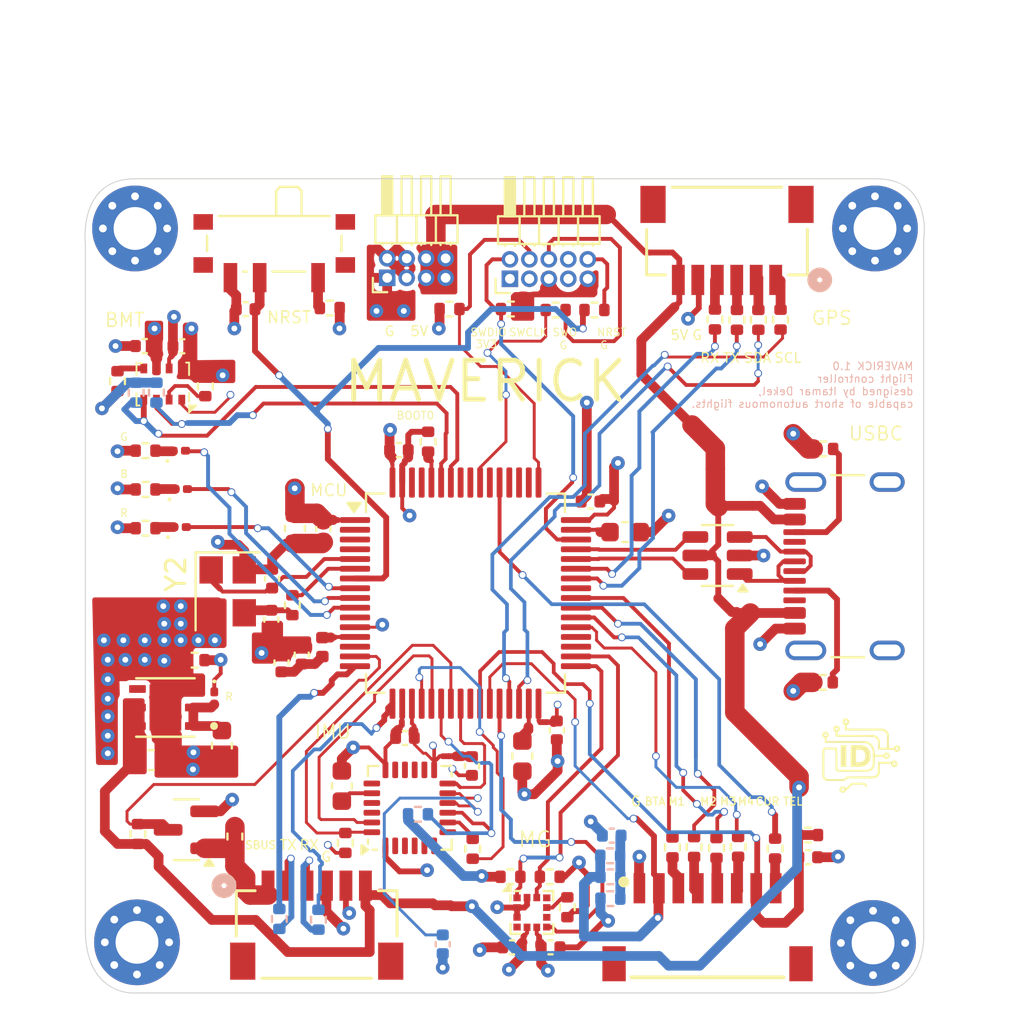
<source format=kicad_pcb>
(kicad_pcb (version 20241229) (generator "pcbnew") (generator_version "9.0")
  (layers (0 "F.Cu" signal) (4 "In1.Cu" signal) (6 "In2.Cu" signal) (2 "B.Cu" signal) (13 "F.Paste" user) (15 "B.Paste" user) (5 "F.SilkS" user "F.Silkscreen") (7 "B.SilkS" user "B.Silkscreen") (1 "F.Mask" user) (3 "B.Mask" user) (25 "Edge.Cuts" user))
  (net 0 "")
  (net 1 "+3.3V")
  (net 2 "GND")
  (net 3 "VCAP2")
  (net 4 "VCAP1")
  (net 5 "+3.3VA")
  (net 6 "Net-(C17-Pad2)")
  (net 7 "/HSE_IN")
  (net 8 "IMU_CPOUT")
  (net 9 "IMU_REGOUT")
  (net 10 "+5V")
  (net 11 "Net-(D2-A)")
  (net 12 "Net-(D3-K)")
  (net 13 "GPIOC")
  (net 14 "GPIOB")
  (net 15 "Net-(D4-K)")
  (net 16 "Net-(D5-K)")
  (net 17 "GPIOA")
  (net 18 "VDDA")
  (net 19 "USBC_CC1")
  (net 21 "USBC_CC2")
  (net 25 "Net-(J2-Pin_10)")
  (net 27 "Net-(J2-Pin_6)")
  (net 28 "Net-(J3-Pin_2)")
  (net 29 "Net-(J3-Pin_3)")
  (net 30 "/Connectors/sbus")
  (net 31 "Net-(J4-Pin_4)")
  (net 32 "Net-(J4-Pin_3)")
  (net 33 "Net-(J4-Pin_1)")
  (net 34 "Net-(J4-Pin_2)")
  (net 35 "ADC1_CURR")
  (net 36 "Net-(J8-Pin_3)")
  (net 37 "Net-(J8-Pin_4)")
  (net 38 "Net-(C30-Pad2)")
  (net 39 "Net-(J8-Pin_5)")
  (net 40 "UART4_RX")
  (net 41 "UART2_TX")
  (net 42 "Net-(SW2-A)")
  (net 43 "BOOT0")
  (net 44 "/Sensors/BMT_SDO")
  (net 45 "BMT_SCL")
  (net 46 "Net-(J1-D--PadA7)")
  (net 47 "USBC_D-")
  (net 48 "Net-(J1-D+-PadA6)")
  (net 49 "USBC_D+")
  (net 50 "IMU_MOSI")
  (net 51 "IMU_MISO")
  (net 52 "BMT_SDA")
  (net 53 "MG_SCL")
  (net 54 "MG_SDA")
  (net 55 "/Sensors/BMT_CSB")
  (net 56 "/Sensors/MG_SDO")
  (net 57 "SWDIO")
  (net 58 "SWCLK")
  (net 59 "/HSE_OUT")
  (net 60 "SWO")
  (net 61 "UART2_RX")
  (net 62 "GPS_SCL")
  (net 63 "GPS_SDA")
  (net 64 "UART1_TX")
  (net 65 "UART1_RX")
  (net 66 "ESC_TX")
  (net 67 "ESC_PWM1")
  (net 68 "ESC_PWM2")
  (net 69 "ESC_PWM3")
  (net 70 "ESC_PWM4")
  (net 71 "IMU_NSS")
  (net 72 "Net-(U9-~{CS})")
  (net 74 "UART4_TX")
  (net 78 "MG_INT")
  (net 79 "IMU_CLK")
  (net 82 "ADC_VBAT")
  (net 84 "Net-(J8-Pin_8)")
  (net 86 "IMU_INT")
  (net 100 "SW_NRST")
  (net 101 "Net-(J8-Pin_6)")
  (footprint "Capacitor_SMD:C_0402_1005Metric" (layer "F.Cu") (at 84.3575 122.0575 180)
    (property "Reference" "C25" (hide yes))
    (property "Value" "100n")
  )
  (footprint "Resistor_SMD:R_0402_1005Metric" (layer "F.Cu") (at 100.34 96.48 180)
    (property "Reference" "R4" (hide yes))
    (property "Value" "5k1")
  )
  (footprint "IDCONN:CONN_SM06B-SRSS-TB_JST" (layer "F.Cu") (at 74.33 121.4)
    (property "Reference" "J3" (hide yes))
    (property "Value" "Conn_01x06_Pin")
  )
  (footprint "Capacitor_SMD:C_0402_1005Metric" (layer "F.Cu") (at 72.52 107.44 90)
    (property "Reference" "C16" (hide yes))
    (property "Value" "1u")
  )
  (footprint "Resistor_SMD:R_0402_1005Metric" (layer "F.Cu") (at 64.1 93 90)
    (property "Reference" "R6" (hide yes))
    (property "Value" "10k")
  )
  (footprint "Capacitor_SMD:C_0402_1005Metric" (layer "F.Cu") (at 78.55 96.54)
    (property "Reference" "C1" (hide yes))
    (property "Value" "100n")
  )
  (footprint "Button_Switch_SMD:SW_SPDT_PCM12" (layer "F.Cu") (at 72.15 86.26 180)
    (property "Reference" "SW2" (hide yes))
    (property "Value" "SW_Push_SPDT")
  )
  (footprint "Resistor_SMD:R_0402_1005Metric" (layer "F.Cu") (at 65.54 96.57 180)
    (property "Reference" "R19" (hide yes))
    (property "Value" "1k")
  )
  (footprint "SM08B_SRSS_TB (2):JST_SM08B-SRSS-TB" (layer "F.Cu") (at 94.4 123.8)
    (property "Reference" "J8" (hide yes))
    (property "Value" "Conn_01x08_Pin")
  )
  (footprint "Resistor_SMD:R_0402_1005Metric" (layer "F.Cu") (at 65.54 98.56 180)
    (property "Reference" "R18" (hide yes))
    (property "Value" "1k")
  )
  (footprint "Resistor_SMD:R_0402_1005Metric" (layer "F.Cu") (at 82.34 117 -90)
    (property "Reference" "R43" (hide yes))
    (property "Value" "22R")
  )
  (footprint "Capacitor_SMD:C_0402_1005Metric" (layer "F.Cu") (at 88.39 99.18 180)
    (property "Reference" "C2" (hide yes))
    (property "Value" "100n")
  )
  (footprint "Resistor_SMD:R_0402_1005Metric" (layer "F.Cu") (at 94.86 116.96 -90)
    (property "Reference" "R39" (hide yes))
    (property "Value" "22R")
  )
  (footprint "Capacitor_SMD:C_0603_1608Metric" (layer "F.Cu") (at 65.825 112.45)
    (property "Reference" "C31" (hide yes))
    (property "Value" "10u")
  )
  (footprint "Resistor_SMD:R_0402_1005Metric" (layer "F.Cu") (at 92.6 116.93 -90)
    (property "Reference" "R37" (hide yes))
    (property "Value" "22R")
  )
  (footprint "Resistor_SMD:R_0402_1005Metric" (layer "F.Cu") (at 94.78 89.835 90)
    (property "Reference" "R35" (hide yes))
    (property "Value" "22R")
  )
  (footprint "Resistor_SMD:R_0402_1005Metric" (layer "F.Cu") (at 75.8 116.7 -90)
    (property "Reference" "R10" (hide yes))
    (property "Value" "2k2")
  )
  (footprint "Capacitor_SMD:C_0402_1005Metric" (layer "F.Cu") (at 67.4275 91.2125)
    (property "Reference" "C23" (hide yes))
    (property "Value" "100n")
  )
  (footprint "Capacitor_SMD:C_0603_1608Metric" (layer "F.Cu") (at 90.165 100.75)
    (property "Reference" "C11" (hide yes))
    (property "Value" "2u2")
  )
  (footprint "Capacitor_SMD:C_0402_1005Metric" (layer "F.Cu") (at 82.3 112.75 90)
    (property "Reference" "C24" (hide yes))
    (property "Value" "100n")
  )
  (footprint "Resistor_SMD:R_0402_1005Metric" (layer "F.Cu") (at 86.6 89.35)
    (property "Reference" "R28" (hide yes))
    (property "Value" "22R")
  )
  (footprint "Package_LGA:LGA-12_2x2mm_P0.5mm" (layer "F.Cu") (at 85.38 120.2675)
    (property "Reference" "U10" (hide yes))
    (property "Value" "LIS3MDL")
  )
  (footprint "Capacitor_SMD:C_0402_1005Metric" (layer "F.Cu") (at 78.86 111.31 180)
    (property "Reference" "C4" (hide yes))
    (property "Value" "100n")
  )
  (footprint "Connector_PinHeader_1.00mm:PinHeader_2x05_P1.00mm_Horizontal" (layer "F.Cu") (at 84.25 87.75 90)
    (property "Reference" "J2" (hide yes))
    (property "Value" "Conn_02x05_Odd_Even")
  )
  (footprint "logoid:logoidreal" (layer "F.Cu") (at 102.108 112.1664)
    (property "Reference" "G***" (hide yes))
    (property "Value" "LOGO" (hide yes))
  )
  (footprint "Resistor_SMD:R_0402_1005Metric" (layer "F.Cu") (at 73.08 104.5 -90)
    (property "Reference" "R26" (hide yes))
    (property "Value" "0R")
  )
  (footprint "Resistor_SMD:R_0402_1005Metric" (layer "F.Cu") (at 65.1479 116.2422 90)
    (property "Reference" "R24" (hide yes))
    (property "Value" "10k")
  )
  (footprint "Capacitor_SMD:C_0402_1005Metric" (layer "F.Cu") (at 86.66 110.92 -90)
    (property "Reference" "C3" (hide yes))
    (property "Value" "100n")
  )
  (footprint "LD39200PU33R:SON95P300X300X100-7N" (layer "F.Cu") (at 66.56 109.75 180)
    (property "Reference" "U4" (hide yes))
    (property "Value" "LD39200PU33R" (hide yes))
  )
  (footprint "Package_LGA:Bosch_LGA-8_2x2.5mm_P0.65mm_ClockwisePinNumbering" (layer "F.Cu") (at 66.425 93.15 180)
    (property "Reference" "U8" (hide yes))
    (property "Value" "BMP280")
  )
  (footprint "Capacitor_SMD:C_0402_1005Metric" (layer "F.Cu") (at 99.57 117.435 180)
    (property "Reference" "C29" (hide yes))
    (property "Value" "100n")
  )
  (footprint "Capacitor_SMD:C_0603_1608Metric" (layer "F.Cu") (at 73.21 100.56 -90)
    (property "Reference" "C10" (hide yes))
    (property "Value" "2u2")
  )
  (footprint "Package_TO_SOT_SMD:SOT-23-6" (layer "F.Cu") (at 94.9125 101.95 180)
    (property "Reference" "U2" (hide yes))
    (property "Value" "USBLC6-2SC6")
  )
  (footprint "LED_SMD:LED_0201_0603Metric" (layer "F.Cu") (at 67.37 98.54)
    (property "Reference" "D4" (hide yes))
    (property "Value" "BLUE")
  )
  (footprint "MountingHole:MountingHole_2.2mm_M2_Pad_Via" (layer "F.Cu") (at 103 85.166726)
    (property "Reference" "H2" (hide yes))
    (property "Value" "MountingHole_Pad")
  )
  (footprint "Capacitor_SMD:C_0402_1005Metric" (layer "F.Cu") (at 86.3375 122.0575 180)
    (property "Reference" "C26" (hide yes))
    (property "Value" "100n")
  )
  (footprint "LED_SMD:LED_0201_0603Metric" (layer "F.Cu") (at 69.07 109.27 -90)
    (property "Reference" "D2" (hide yes))
    (property "Value" "RED")
  )
  (footprint "Capacitor_SMD:C_0402_1005Metric" (layer "F.Cu") (at 72 105.24 90)
    (property "Reference" "C17" (hide yes))
    (property "Value" "10p")
  )
  (footprint "Resistor_SMD:R_0402_1005Metric" (layer "F.Cu") (at 100.32 108.46 180)
    (property "Reference" "R3" (hide yes))
    (property "Value" "5k1")
  )
  (footprint "MountingHole:MountingHole_2.2mm_M2_Pad_Via" (layer "F.Cu") (at 65.1 121.8)
    (property "Reference" "H4" (hide yes))
    (property "Value" "MountingHole_Pad")
  )
  (footprint "Resistor_SMD:R_0402_1005Metric" (layer "F.Cu") (at 99.56 116.295 180)
    (property "Reference" "R41" (hide yes))
    (property "Value" "22R")
  )
  (footprint "Package_TO_SOT_SMD:SOT-23" (layer "F.Cu") (at 67.6379 116.0272 180)
    (property "Reference" "Q2" (hide yes))
    (property "Value" "MMBT3904")
  )
  (footprint "Capacitor_SMD:C_0402_1005Metric" (layer "F.Cu") (at 73.56 107.04 90)
    (property "Reference" "C13" (hide yes))
    (property "Value" "100n")
  )
  (footprint "Sensor_Motion:InvenSense_QFN-24_4x4mm_P0.5mm" (layer "F.Cu") (at 79.11 114.9 90)
    (property "Reference" "U9" (hide yes))
    (property "Value" "MPU-6000")
  )
  (footprint "Resistor_SMD:R_0402_1005Metric" (layer "F.Cu") (at 84.3 89.3 180)
    (property "Reference" "R22" (hide yes))
    (property "Value" "10k")
  )
  (footprint "Capacitor_SMD:C_0603_1608Metric" (layer "F.Cu") (at 84.89 112.245 -90)
    (property "Reference" "C12" (hide yes))
    (property "Value" "2u2")
  )
  (footprint "Capacitor_SMD:C_0402_1005Metric" (layer "F.Cu") (at 70.68 89.31)
    (property "Reference" "C9" (hide yes))
    (property "Value" "100n")
  )
  (footprint "Connector_USB:USB_C_Receptacle_GCT_USB4105-xx-A_16P_TopMnt_Horizontal" (layer "F.Cu") (at 102.55 102.5 90)
    (property "Reference" "J1" (hide yes))
    (property "Value" "USB_C_Receptacle_USB2.0_16P" (hide yes))
  )
  (footprint "Connector_PinHeader_1.00mm:PinHeader_2x04_P1.00mm_Horizontal" (layer "F.Cu") (at 77.95 87.7 90)
    (property "Reference" "J6" (hide yes))
    (property "Value" "Conn_02x04_Counter_Clockwise")
  )
  (footprint "Resistor_SMD:R_0402_1005Metric" (layer "F.Cu") (at 97.87 116.99 -90)
    (property "Reference" "R36" (hide yes))
    (property "Value" "22R")
  )
  (footprint "Resistor_SMD:R_0402_1005Metric" (layer "F.Cu") (at 95.91 89.855 90)
    (property "Reference" "R34" (hide yes))
    (property "Value" "22R")
  )
  (footprint "Resistor_SMD:R_0402_1005Metric" (layer "F.Cu") (at 70.1279 116.3722 -90)
    (property "Reference" "R25" (hide yes))
    (property "Value" "4k7")
  )
  (footprint "Resistor_SMD:R_0402_1005Metric" (layer "F.Cu") (at 81.15 89.3 180)
    (property "Reference" "R23" (hide yes))
    (property "Value" "10k")
  )
  (footprint "Capacitor_SMD:C_0402_1005Metric" (layer "F.Cu") (at 65.5 91.2 180)
    (property "Reference" "C22" (hide yes))
    (property "Value" "100n")
  )
  (footprint "MountingHole:MountingHole_2.2mm_M2_Pad_Via" (layer "F.Cu") (at 102.9 121.833274)
    (property "Reference" "H1" (hide yes))
    (property "Value" "MountingHole_Pad")
  )
  (footprint "Resistor_SMD:R_0402_1005Metric" (layer "F.Cu") (at 84.2775 118.4375 180)
    (property "Reference" "R14" (hide yes))
    (property "Value" "2k2")
  )
  (footprint "LED_SMD:LED_0201_0603Metric" (layer "F.Cu") (at 67.27 96.5725)
    (property "Reference" "D5" (hide yes))
    (property "Value" "GREEN")
  )
  (footprint "Resistor_SMD:R_0402_1005Metric" (layer "F.Cu") (at 68.06 107.32 180)
    (property "Reference" "R16" (hide yes))
    (property "Value" "1k")
  )
  (footprint "Resistor_SMD:R_0402_1005Metric" (layer "F.Cu") (at 86.2975 118.4375 180)
    (property "Reference" "R13" (hide yes))
    (property "Value" "2k2")
  )
  (footprint "Resistor_SMD:R_0402_1005Metric" (layer "F.Cu") (at 65.54 100.55 180)
    (property "Reference" "R17" (hide yes))
    (property "Value" "1k")
  )
  (footprint "Package_QFP:LQFP-64_10x10mm_P0.5mm" (layer "F.Cu") (at 81.97 103.88)
    (property "Reference" "U1" (hide yes))
    (property "Value" "STM32F405RGT6")
  )
  (footprint "Resistor_SMD:R_0402_1005Metric" (layer "F.Cu") (at 88.59 89.35)
    (property "Reference" "R29" (hide yes))
    (property "Value" "22R")
  )
  (footprint "MountingHole:MountingHole_2.2mm_M2_Pad_Via" (layer "F.Cu") (at 65 85.166726)
    (property "Reference" "H3" (hide yes))
    (property "Value" "MountingHole_Pad")
  )
  (footprint "Capacitor_SMD:C_0603_1608Metric" (layer "F.Cu") (at 75.62 113.78 -90)
    (property "Reference" "C27" (hide yes))
    (property "Value" "2n2")
  )
  (footprint "Capacitor_SMD:C_0402_1005Metric" (layer "F.Cu") (at 72.04 103.14 -90)
    (property "Reference" "C18" (hide yes))
    (property "Value" "10p")
  )
  (footprint "Capacitor_SMD:C_0603_1608Metric" (layer "F.Cu") (at 69.46 111.71 -90)
    (property "Reference" "C32" (hide yes))
    (property "Value" "10u")
  )
  (footprint "Inductor_SMD:L_0402_1005Metric" (layer "F.Cu") (at 74.62 106.65 -90)
    (property "Reference" "FB1" (hide yes))
    (property "Value" "120R")
  )
  (footprint "LED_SMD:LED_0201_0603Metric" (layer "F.Cu") (at 67.31 100.49)
    (property "Reference" "D3" (hide yes))
    (property "Value" "RED")
  )
  (footprint "Resistor_SMD:R_0402_1005Metric" (layer "F.Cu") (at 97.01 89.855 90)
    (property "Reference" "R33" (hide yes))
    (property "Value" "22R")
  )
  (footprint "Resistor_SMD:R_0402_1005Metric" (layer "F.Cu") (at 87.2 120 90)
    (property "Reference" "R20" (hide yes))
    (property "Value" "10k")
  )
  (footprint "Resistor_SMD:R_0402_1005Metric" (layer "F.Cu") (at 68.6075 93.2625 90)
    (property "Reference" "R15" (hide yes))
    (property "Value" "10k")
  )
  (footprint "Resistor_SMD:R_0402_1005Metric" (layer "F.Cu") (at 80.05 96.11 90)
    (property "Reference" "R5" (hide yes))
    (property "Value" "10k")
  )
  (footprint "Crystal:Crystal_SMD_3225-4Pin_3.2x2.5mm" (layer "F.Cu") (at 69.76 103.79 -90)
    (property "Reference" "Y2")
    (property "Value" "Crystal_GND24")
  )
  (footprint "Resistor_SMD:R_0402_1005Metric" (layer "F.Cu") (at 98.15 89.845 90)
    (property "Reference" "R32" (hide yes))
    (property "Value" "22R")
  )
  (footprint "Resistor_SMD:R_0402_1005Metric" (layer "F.Cu") (at 93.71 116.91 -90)
    (property "Reference" "R38" (hide yes))
    (property "Value" "22R")
  )
  (footprint "IDCONN:CONN_SM06B-SRSS-TB_JST" (layer "F.Cu") (at 95.4 85.3 180)
    (property "Reference" "J4" (hide yes))
    (property "Value" "Conn_01x06_Pin")
  )
  (footprint "Resistor_SMD:R_0402_1005Metric" (layer "F.Cu") (at 75 89.25)
    (property "Reference" "R2" (hide yes))
    (property "Value" "10k")
  )
  (footprint "Resistor_SMD:R_0402_1005Metric" (layer "F.Cu") (at 95.97 116.9 -90)
    (property "Reference" "R40" (hide yes))
    (property "Value" "22R")
  )
  (footprint "Capacitor_SMD:C_0402_1005Metric" (layer "F.Cu") (at 74.67 100.6 -90)
    (property "Reference" "C5" (hide yes))
    (property "Value" "100n")
  )
  (footprint "Resistor_SMD:R_0402_1005Metric" (layer "B.Cu") (at 89.4 117.36)
    (property "Reference" "R42" (hide yes))
    (property "Value" "68k")
  )
  (footprint "Resistor_SMD:R_0402_1005Metric" (layer "B.Cu") (at 65.0575 93.5925 -90)
    (property "Reference" "R7" (hide yes))
    (property "Value" "2k2")
  )
  (footprint "Resistor_SMD:R_0402_1005Metric" (layer "B.Cu") (at 74.42 120.64 -90)
    (property "Reference" "R31" (hide yes))
    (property "Value" "22R")
  )
  (footprint "Resistor_SMD:R_0402_1005Metric" (layer "B.Cu") (at 66.0975 93.5925 90)
    (property "Reference" "R12" (hide yes))
    (property "Value" "2k2")
  )
  (footprint "Capacitor_SMD:C_0402_1005Metric" (layer "B.Cu") (at 80.8 121.9 90)
    (property "Reference" "C28" (hide yes))
    (property "Value" "0.1p")
  )
  (footprint "Resistor_SMD:R_0402_1005Metric" (layer "B.Cu") (at 89.41 119.56 180)
    (property "Reference" "R45" (hide yes))
    (property "Value" "10k")
  )
  (footprint "Resistor_SMD:R_0402_1005Metric" (layer "B.Cu") (at 72.41 120.6 90)
    (property "Reference" "R1" (hide yes))
    (property "Value" "22R")
  )
  (footprint "Capacitor_SMD:C_0402_1005Metric" (layer "B.Cu") (at 89.48 116.325)
    (property "Reference" "C30" (hide yes))
    (property "Value" "100n")
  )
  (footprint "Resistor_SMD:R_0402_1005Metric" (layer "B.Cu") (at 89.41 118.44 180)
    (property "Reference" "R44" (hide yes))
    (property "Value" "47R")
  )
  (footprint "Resistor_SMD:R_0402_1005Metric" (layer "B.Cu") (at 79.53 115.23)
    (property "Reference" "R11" (hide yes))
    (property "Value" "2k2")
  )
  (gr_line (start 62.45 121.15) (end 62.45 85.95) (stroke (width 0.05)) (layer "Edge.Cuts"))
  (gr_curve (pts (xy 102.85 124.4) (xy 105.75 124.4) (xy 105.5 121.25) (xy 105.5 121.25)) (stroke (width 0.05)) (layer "Edge.Cuts"))
  (gr_curve (pts (xy 103.05 82.616726) (xy 106 82.616726) (xy 105.5 85.75) (xy 105.5 85.75)) (stroke (width 0.05)) (layer "Edge.Cuts"))
  (gr_line (start 102.85 124.4) (end 64.85 124.4) (stroke (width 0.05)) (layer "Edge.Cuts"))
  (gr_curve (pts (xy 62.45 121.15) (xy 62.45 124.45) (xy 64.85 124.4) (xy 64.85 124.4)) (stroke (width 0.05)) (layer "Edge.Cuts"))
  (gr_line (start 105.5 85.75) (end 105.5 121.25) (stroke (width 0.05)) (layer "Edge.Cuts"))
  (gr_curve (pts (xy 65 82.616726) (xy 62.05 82.616726) (xy 62.45 85.95) (xy 62.45 85.95)) (stroke (width 0.05)) (layer "Edge.Cuts"))
  (gr_line (start 65 82.616726) (end 103.05 82.616726) (stroke (width 0.05)) (layer "Edge.Cuts"))
  (gr_text "BMT" (at 63.3984 90.2716 0) (layer "F.SilkS") (effects (font (size 0.7 0.7) (thickness 0.08)) (justify left bottom)))
  (gr_text "USBC" (at 101.6 96.1 0) (layer "F.SilkS") (effects (font (size 0.7 0.7) (thickness 0.08)) (justify left bottom)))
  (gr_text "R" (at 64.2 100 0) (layer "F.SilkS") (effects (font (size 0.4 0.4) (thickness 0.05)) (justify left bottom)))
  (gr_text "5V\n" (at 92.456 90.932 0) (layer "F.SilkS") (effects (font (size 0.5 0.5) (thickness 0.07)) (justify left bottom)))
  (gr_text "G" (at 88.8492 91.3892 0) (layer "F.SilkS") (effects (font (size 0.4 0.4) (thickness 0.05)) (justify left bottom)))
  (gr_text "NRST" (at 88.6968 90.7288 0) (layer "F.SilkS") (effects (font (size 0.4 0.4) (thickness 0.05)) (justify left bottom)))
  (gr_text "3V3" (at 82.4484 91.3384 0) (layer "F.SilkS") (effects (font (size 0.4 0.4) (thickness 0.05)) (justify left bottom)))
  (gr_text "5V\n" (at 79.0956 90.7288 0) (layer "F.SilkS") (effects (font (size 0.5 0.5) (thickness 0.07)) (justify left bottom)))
  (gr_text "M4" (at 95.9104 114.808 0) (layer "F.SilkS") (effects (font (size 0.4 0.4) (thickness 0.07)) (justify left bottom)))
  (gr_text "RX" (at 93.98 92.1004 0) (layer "F.SilkS") (effects (font (size 0.5 0.5) (thickness 0.07)) (justify left bottom)))
  (gr_text "RX" (at 73.406 117.094 0) (layer "F.SilkS") (effects (font (size 0.5 0.5) (thickness 0.07)) (justify left bottom)))
  (gr_text "MCU\n" (at 73.95 98.95 0) (layer "F.SilkS") (effects (font (size 0.6 0.6) (thickness 0.07)) (justify left bottom)))
  (gr_text "B\n" (at 64.2 98 0) (layer "F.SilkS") (effects (font (size 0.4 0.4) (thickness 0.05) (bold yes)) (justify left bottom)))
  (gr_text "G" (at 77.7748 90.7288 0) (layer "F.SilkS") (effects (font (size 0.5 0.5) (thickness 0.07)) (justify left bottom)))
  (gr_text "IMU" (at 74.168 111.4044 0) (layer "F.SilkS") (effects (font (size 0.7 0.7) (thickness 0.08)) (justify left bottom)))
  (gr_text "G" (at 93.5736 90.932 0) (layer "F.SilkS") (effects (font (size 0.5 0.5) (thickness 0.07)) (justify left bottom)))
  (gr_text "SBUS\n" (at 70.612 117.0432 0) (layer "F.SilkS") (effects (font (size 0.4 0.4) (thickness 0.07)) (justify left bottom)))
  (gr_text "CUR" (at 96.8248 114.808 0) (layer "F.SilkS") (effects (font (size 0.4 0.4) (thickness 0.07)) (justify left bottom)))
  (gr_text "M3" (at 94.996 114.808 0) (layer "F.SilkS") (effects (font (size 0.4 0.4) (thickness 0.07)) (justify left bottom)))
  (gr_text "TX" (at 95.1484 92.1004 0) (layer "F.SilkS") (effects (font (size 0.5 0.5) (thickness 0.07)) (justify left bottom)))
  (gr_text "G" (at 90.424 114.8588 0) (layer "F.SilkS") (effects (font (size 0.5 0.5) (thickness 0.07)) (justify left bottom)))
  (gr_text "SWO\n" (at 86.4108 90.7288 0) (layer "F.SilkS") (effects (font (size 0.4 0.4) (thickness 0.05)) (justify left bottom)))
  (gr_text "SWDIO" (at 82.1944 90.7288 0) (layer "F.SilkS") (effects (font (size 0.4 0.4) (thickness 0.05)) (justify left bottom)))
  (gr_text "TEL" (at 98.2472 114.808 0) (layer "F.SilkS") (effects (font (size 0.4 0.4) (thickness 0.07)) (justify left bottom)))
  (gr_text "SWCLK\n" (at 84.1756 90.7288 0) (layer "F.SilkS") (effects (font (size 0.4 0.4) (thickness 0.05)) (justify left bottom)))
  (gr_text "R" (at 69.596 109.4232 0) (layer "F.SilkS") (effects (font (size 0.4 0.4) (thickness 0.05)) (justify left bottom)))
  (gr_text "BOOT0\n" (at 78.4 95 0) (layer "F.SilkS") (effects (font (size 0.4 0.4) (thickness 0.05)) (justify left bottom)))
  (gr_text "G" (at 74.5236 117.7036 0) (layer "F.SilkS") (effects (font (size 0.5 0.5) (thickness 0.07)) (justify left bottom)))
  (gr_text "MG" (at 84.6328 116.9924 0) (layer "F.SilkS") (effects (font (size 0.8 0.8) (thickness 0.08)) (justify left bottom)))
  (gr_text "G\n" (at 86.7664 91.3892 0) (layer "F.SilkS") (effects (font (size 0.4 0.4) (thickness 0.05)) (justify left bottom)))
  (gr_text "G" (at 64.2 96.1 0) (layer "F.SilkS") (effects (font (size 0.4 0.4) (thickness 0.05) (bold yes)) (justify left bottom)))
  (gr_text "M1" (at 92.3544 114.808 0) (layer "F.SilkS") (effects (font (size 0.4 0.4) (thickness 0.07)) (justify left bottom)))
  (gr_text "BTA" (at 91.1352 114.808 0) (layer "F.SilkS") (effects (font (size 0.4 0.4) (thickness 0.07)) (justify left bottom)))
  (gr_text "MAVERICK" (at 75.5904 94.1832 0) (layer "F.SilkS") (effects (font (size 2 2)) (justify left bottom)))
  (gr_text "SDA\n" (at 96.2152 92.1004 0) (layer "F.SilkS") (effects (font (size 0.5 0.5) (thickness 0.07)) (justify left bottom)))
  (gr_text "GPS\n" (at 99.695 90.17 0) (layer "F.SilkS") (effects (font (size 0.7 0.7) (thickness 0.08)) (justify left bottom)))
  (gr_text "M2" (at 93.98 114.808 0) (layer "F.SilkS") (effects (font (size 0.4 0.4) (thickness 0.07)) (justify left bottom)))
  (gr_text "NRST\n" (at 71.725 90.075 0) (layer "F.SilkS") (effects (font (size 0.6 0.6) (thickness 0.08)) (justify left bottom)))
  (gr_text "TX" (at 72.39 117.094 0) (layer "F.SilkS") (effects (font (size 0.5 0.5) (thickness 0.07)) (justify left bottom)))
  (gr_text "SCL" (at 97.79 92.1004 0) (layer "F.SilkS") (effects (font (size 0.5 0.5) (thickness 0.07)) (justify left bottom)))
  (gr_text "MAVERICK 1.0\nFlight controller \ndesigned by Itamar Dekel,\ncapable of short autonomous flights." (at 105 94.4 0) (layer "B.SilkS") (effects (font (size 0.4 0.4) (thickness 0.05)) (justify left bottom mirror)))
  (segment (start 88.2 119.9) (end 88.2 118.3) (width 0.3) (layer "F.Cu") (net 1))
  (segment (start 89.25 99.85) (end 89.6 99.5) (width 0.2) (layer "F.Cu") (net 1))
  (segment (start 75.42 100.13) (end 75.17 100.13) (width 0.3) (layer "F.Cu") (net 1))
  (segment (start 86.56 110.44) (end 86.5 110.5) (width 0.5) (layer "F.Cu") (net 1))
  (segment (start 78.07 96.54) (end 78.07 95.53) (width 0.5) (layer "F.Cu") (net 1))
  (segment (start 79.35 111.15) (end 79.3 111.1) (width 0.3) (layer "F.Cu") (net 1))
  (segment (start 74.67 100.12) (end 75.16 100.12) (width 0.5) (layer "F.Cu") (net 1))
  (segment (start 87.645 100.13) (end 88.32 100.13) (width 0.2) (layer "F.Cu") (net 1))
  (segment (start 80.36 111.76) (end 80.3 111.7) (width 0.19) (layer "F.Cu") (net 1))
  (segment (start 79.34 111.16) (end 79.3 111.12) (width 0.5) (layer "F.Cu") (net 1))
  (segment (start 73.21 99.785) (end 74.335 99.785) (width 1) (layer "F.Cu") (net 1))
  (segment (start 86.66 110.44) (end 86.66 109.64) (width 0.19) (layer "F.Cu") (net 1))
  (segment (start 82.8375 118.4375) (end 82.8 118.4) (width 0.5) (layer "F.Cu") (net 1))
  (segment (start 67.9075 90.3075) (end 67.9 90.3) (width 0.5) (layer "F.Cu") (net 1))
  (segment (start 74.335 99.785) (end 74.67 100.12) (width 1) (layer "F.Cu") (net 1))
  (segment (start 78.2 97.25) (end 78.2 97.1) (width 0.2) (layer "F.Cu") (net 1))
  (segment (start 75.16 100.12) (end 75.17 100.13) (width 0.5) (layer "F.Cu") (net 1))
  (segment (start 75.83 120.13) (end 75.9 120.2) (width 0.3) (layer "F.Cu") (net 1))
  (segment (start 86.66 109.64) (end 86.7 109.6) (width 0.19) (layer "F.Cu") (net 1))
  (segment (start 84.8375 122.5625) (end 84.2 123.2) (width 0.5) (layer "F.Cu") (net 1))
  (segment (start 87.9 120.2) (end 88.2 119.9) (width 0.3) (layer "F.Cu") (net 1))
  (segment (start 75.31 117.21) (end 74.9 116.8) (width 0.19) (layer "F.Cu") (net 1))
  (segment (start 83.7675 118.4375) (end 82.8375 118.4375) (width 0.5) (layer "F.Cu") (net 1))
  (segment (start 88.6 99.85) (end 89.25 99.85) (width 0.2) (layer "F.Cu") (net 1))
  (segment (start 79.34 111.31) (end 79.34 111.64) (width 0.15) (layer "F.Cu") (net 1))
  (segment (start 75.51 90.29) (end 75.5 90.3) (width 0.5) (layer "F.Cu") (net 1))
  (segment (start 81.5 112.25) (end 81.8 112.25) (width 0.5) (layer "F.Cu") (net 1))
  (segment (start 85.75 121.5) (end 85.75 121.65) (width 0.3) (layer "F.Cu") (net 1))
  (segment (start 79.35 110.7) (end 79.22 110.57) (width 0.2) (layer "F.Cu") (net 1))
  (segment (start 79.34 111.31) (end 79.34 111.16) (width 0.5) (layer "F.Cu") (net 1))
  (segment (start 69.07 108.33) (end 69.4 108) (width 0.2) (layer "F.Cu") (net 1))
  (segment (start 87.51 120.2) (end 87.9 120.2) (width 0.3) (layer "F.Cu") (net 1))
  (segment (start 79.3 111.12) (end 79.3 110.95) (width 0.5) (layer "F.Cu") (net 1))
  (segment (start 79.3 111.1) (end 79.3 110.95) (width 0.3) (layer "F.Cu") (net 1))
  (segment (start 87.2 120.51) (end 87.51 120.2) (width 0.3) (layer "F.Cu") (net 1))
  (segment (start 86.8075 118.4375) (end 87.0625 118.4375) (width 0.3) (layer "F.Cu") (net 1))
  (segment (start 79.22 110.57) (end 79.22 109.555) (width 0.2) (layer "F.Cu") (net 1))
  (segment (start 85.13 121.03) (end 85.13 121.32) (width 0.2) (layer "F.Cu") (net 1))
  (segment (start 79.934999 112.1) (end 80.36 112.525001) (width 0.15) (layer "F.Cu") (net 1))
  (segment (start 89 99.05) (end 89.5 99.05) (width 0.5) (layer "F.Cu") (net 1))
  (segment (start 85.13 121.32) (end 85 121.45) (width 0.2) (layer "F.Cu") (net 1))
  (segment (start 73.21 99.785) (end 73.21 98.51) (width 1) (layer "F.Cu") (net 1))
  (segment (start 64.1 93.6) (end 63.3 94.4) (width 0.5) (layer "F.Cu") (net 1))
  (segment (start 69.4475 92.7525) (end 69.5 92.7) (width 0.5) (layer "F.Cu") (net 1))
  (segment (start 88.2 118.3) (end 87.8 117.9) (width 0.3) (layer "F.Cu") (net 1))
  (segment (start 78.22 98.205) (end 78.22 97.27) (width 0.2) (layer "F.Cu") (net 1))
  (segment (start 76.295 100.13) (end 75.42 100.13) (width 0.2) (layer "F.Cu") (net 1))
  (segment (start 80.36 112.95) (end 80.36 111.76) (width 0.19) (layer "F.Cu") (net 1))
  (segment (start 89.6 99.15) (end 89.6 99.2) (width 0.3) (layer "F.Cu") (net 1))
  (segment (start 87.8 117.9) (end 87.8 117.7) (width 0.3) (layer "F.Cu") (net 1))
  (segment (start 81.1 112.25) (end 81.5 112.25) (width 0.3) (layer "F.Cu") (net 1))
  (segment (start 88.32 100.13) (end 88.6 99.85) (width 0.2) (layer "F.Cu") (net 1))
  (segment (start 75.8 117.21) (end 75.31 117.21) (width 0.19) (layer "F.Cu") (net 1))
  (segment (start 89.6 97.4) (end 89.8 97.2) (width 0.5) (layer "F.Cu") (net 1))
  (segment (start 86.66 110.44) (end 86.56 110.44) (width 0.5) (layer "F.Cu") (net 1))
  (segment (start 89.6 99.5) (end 89.6 99.15) (width 0.2) (layer "F.Cu") (net 1))
  (segment (start 64.1 93.51) (end 64.1 93.6) (width 0.5) (layer "F.Cu") (net 1))
  (segment (start 89.5 99.05) (end 89.6 99.15) (width 0.5) (layer "F.Cu") (net 1))
  (segment (start 79.34 111.64) (end 79.8 112.1) (width 0.15) (layer "F.Cu") (net 1))
  (segment (start 80.36 112.525001) (end 80.36 112.95) (width 0.15) (layer "F.Cu") (net 1))
  (segment (start 73.21 98.51) (end 73.2 98.5) (width 1) (layer "F.Cu") (net 1))
  (segment (start 85.8 122) (end 85.8 121.85) (width 0.5) (layer "F.Cu") (net 1))
  (segment (start 78.07 95.53) (end 78.1 95.5) (width 0.5) (layer "F.Cu") (net 1))
  (segment (start 80.5 112.4) (end 80.65 112.25) (width 0.2) (layer "F.Cu") (net 1))
  (segment (start 85.8 110.5) (end 86.2 110.5) (width 0.3) (layer "F.Cu") (net 1))
  (segment (start 75.8 119.345) (end 75.83 119.375) (width 0.5) (layer "F.Cu") (net 1))
  (segment (start 82.12 112.27) (end 82.1 112.25) (width 0.5) (layer "F.Cu") (net 1))
  (segment (start 78.07 96.77) (end 78.2 96.9) (width 0.5) (layer "F.Cu") (net 1))
  (segment (start 85 121.45) (end 84.95 121.5) (width 0.3) (layer "F.Cu") (net 1))
  (segment (start 65.98 90.32) (end 66 90.3) (width 0.5) (layer "F.Cu") (net 1))
  (segment (start 69.38 107.32) (end 69.4 107.3) (width 0.5) (layer "F.Cu") (net 1))
  (segment (start 84.8375 122.0575) (end 84.8375 122.5625) (width 0.5) (layer "F.Cu") (net 1))
  (segment (start 85.8575 122.9075) (end 86.2 123.25) (width 0.5) (layer "F.Cu") (net 1))
  (segment (start 69.4 108) (end 69.4 107.3) (width 0.2) (layer "F.Cu") (net 1))
  (segment (start 88.87 99.18) (end 89 99.05) (width 0.5) (layer "F.Cu") (net 1))
  (segment (start 79.8 112.1) (end 79.934999 112.1) (width 0.15) (layer "F.Cu") (net 1))
  (segment (start 84.95 121.5) (end 84.95 121.6) (width 0.3) (layer "F.Cu") (net 1))
  (segment (start 89.6 99.15) (end 89.6 97.4) (width 0.5) (layer "F.Cu") (net 1))
  (segment (start 80.8 112.25) (end 81.1 112.25) (width 0.3) (layer "F.Cu") (net 1))
  (segment (start 85.72 110.42) (end 85.8 110.5) (width 0.2) (layer "F.Cu") (net 1))
  (segment (start 80.64 89.3) (end 80.64 90.26) (width 0.5) (layer "F.Cu") (net 1))
  (segment (start 85.63 121.38) (end 85.75 121.5) (width 0.2) (layer "F.Cu") (net 1))
  (segment (start 75.51 89.25) (end 75.51 90.29) (width 0.5) (layer "F.Cu") (net 1))
  (segment (start 75.83 118.893299) (end 75.83 120.13) (width 0.3) (layer "F.Cu") (net 1))
  (segment (start 80.36 112.54) (end 80.5 112.4) (width 0.19) (layer "F.Cu") (net 1))
  (segment (start 85.72 109.555) (end 85.72 110.42) (width 0.2) (layer "F.Cu") (net 1))
  (segment (start 80.36 112.95) (end 80.36 112.54) (width 0.19) (layer "F.Cu") (net 1))
  (segment (start 78.22 97.27) (end 78.2 97.25) (width 0.2) (layer "F.Cu") (net 1))
  (segment (start 80.64 90.26) (end 80.6 90.3) (width 0.5) (layer "F.Cu") (net 1))
  (segment (start 80.65 112.25) (end 80.8 112.25) (width 0.2) (layer "F.Cu") (net 1))
  (segment (start 78.2 97.1) (end 78.2 96.9) (width 0.3) (layer "F.Cu") (net 1))
  (segment (start 85.63 121.03) (end 85.63 121.38) (width 0.2) (layer "F.Cu") (net 1))
  (segment (start 79.35 111.15) (end 79.35 110.7) (width 0.2) (layer "F.Cu") (net 1))
  (segment (start 87.0625 118.4375) (end 87.8 117.7) (width 0.3) (layer "F.Cu") (net 1))
  (segment (start 69.07 108.95) (end 69.07 108.33) (width 0.2) (layer "F.Cu") (net 1))
  (segment (start 78.07 96.54) (end 78.07 96.77) (width 0.5) (layer "F.Cu") (net 1))
  (segment (start 68.57 107.32) (end 69.38 107.32) (width 0.5) (layer "F.Cu") (net 1))
  (segment (start 84.8375 121.8625) (end 84.9 121.8) (width 0.5) (layer "F.Cu") (net 1))
  (segment (start 85.8575 122.0575) (end 85.8575 122.9075) (width 0.5) (layer "F.Cu") (net 1))
  (via (at 73.2 98.5) (size 0.7) (drill 0.3) (layers "F.Cu" "B.Cu") (net 1))
  (via (at 78.1 95.5) (size 0.7) (drill 0.3) (layers "F.Cu" "B.Cu") (net 1))
  (via (at 86.2 123.25) (size 0.7) (drill 0.3) (layers "F.Cu" "B.Cu") (net 1))
  (via (at 74.9 116.8) (size 0.4) (drill 0.3) (layers "F.Cu" "B.Cu") (net 1))
  (via (at 63.3 94.4) (size 0.7) (drill 0.3) (layers "F.Cu" "B.Cu") (net 1))
  (via (at 75.5 90.3) (size 0.7) (drill 0.3) (layers "F.Cu" "B.Cu") (net 1))
  (via (at 87.8 117.7) (size 0.7) (drill 0.3) (layers "F.Cu" "B.Cu") (net 1))
  (via (at 80.3 111.7) (size 0.4) (drill 0.3) (layers "F.Cu" "B.Cu") (net 1))
  (via (at 89.8 97.2) (size 0.7) (drill 0.3) (layers "F.Cu" "B.Cu") (net 1))
  (via (at 66 90.3) (size 0.7) (drill 0.3) (layers "F.Cu" "B.Cu") (net 1))
  (via (at 86.7 109.6) (size 0.4) (drill 0.3) (layers "F.Cu" "B.Cu") (net 1))
  (via (at 69.5 92.7) (size 0.7) (drill 0.3) (layers "F.Cu" "B.Cu") (net 1))
  (via (at 67.9 90.3) (size 0.7) (drill 0.3) (layers "F.Cu" "B.Cu") (net 1))
  (via (at 69.4 107.3) (size 0.7) (drill 0.3) (layers "F.Cu" "B.Cu") (net 1))
  (via (at 82.8 118.4) (size 0.7) (drill 0.3) (layers "F.Cu" "B.Cu") (net 1))
  (via (at 84.2 123.2) (size 0.7) (drill 0.3) (layers "F.Cu" "B.Cu") (net 1))
  (via (at 80.6 90.3) (size 0.7) (drill 0.3) (layers "F.Cu" "B.Cu") (net 1))
  (via (at 76 120.3) (size 0.7) (drill 0.3) (layers "F.Cu" "B.Cu") (net 1))
  (segment (start 64.6175 93.0825) (end 63.3 94.4) (width 0.5) (layer "B.Cu") (net 1))
  (segment (start 65.0575 93.0825) (end 66.0975 93.0825) (width 0.5) (layer "B.Cu") (net 1))
  (segment (start 81.870001 118.4) (end 82.8 118.4) (width 0.5) (layer "B.Cu") (net 1))
  (segment (start 79.02 115.549999) (end 81.870001 118.4) (width 0.5) (layer "B.Cu") (net 1))
  (segment (start 79.02 115.23) (end 79.02 115.549999) (width 0.5) (layer "B.Cu") (net 1))
  (segment (start 65.0575 93.0825) (end 64.6175 93.0825) (width 0.5) (layer "B.Cu") (net 1))
  (segment (start 90.94 100.75) (end 91.55 100.75) (width 0.5) (layer "F.Cu") (net 2))
  (segment (start 84.6175 120.5175) (end 84.6175 120.0175) (width 0.3) (layer "F.Cu") (net 2))
  (segment (start 81.671 114.171) (end 81.9 114.4) (width 0.15) (layer "F.Cu") (net 2))
  (segment (start 77.86 117.4332) (end 78.5876 118.1608) (width 0.3) (layer "F.Cu") (net 2))
  (segment (start 69.9 88.3) (end 70.2 88.6) (width 0.5) (layer "F.Cu") (net 2))
  (segment (start 79.03 95.77) (end 79.2 95.6) (width 0.3) (layer "F.Cu") (net 2))
  (segment (start 70.64 102.66) (end 70.61 102.69) (width 0.5) (layer "F.Cu") (net 2))
  (segment (start 78.85 97.2) (end 78.72 97.33) (width 0.3) (layer "F.Cu") (net 2))
  (segment (start 78.72 99.52) (end 79.1 99.9) (width 0.2) (layer "F.Cu") (net 2))
  (segment (start 79.03 96.92) (end 79.03 96.54) (width 0.5) (layer "F.Cu") (net 2))
  (segment (start 79.9392 118.1608) (end 80 118.1) (width 0.3) (layer "F.Cu") (net 2))
  (segment (start 101.065 117.435) (end 101.1 117.4) (width 0.5) (layer "F.Cu") (net 2))
  (segment (start 83.6175 120.0175) (end 83.6 120) (width 0.3) (layer "F.Cu") (net 2))
  (segment (start 79.03 96.54) (end 79.03 95.77) (width 0.3) (layer "F.Cu") (net 2))
  (segment (start 89.1 120.7) (end 89.3 120.7) (width 0.3) (layer "F.Cu") (net 2))
  (segment (start 90.88 117.42) (end 90.9 117.4) (width 0.5) (layer "F.Cu") (net 2))
  (segment (start 69.3879 115.0772) (end 69.9879 114.4772) (width 0.5) (layer "F.Cu") (net 2))
  (segment (start 96.05 101.95) (end 97.275 101.95) (width 0.5) (layer "F.Cu") (net 2))
  (segment (start 70.1 89.41) (end 70.2 89.31) (width 0.5) (layer "F.Cu") (net 2))
  (segment (start 91.55 100.75) (end 92.4 99.9) (width 0.5) (layer "F.Cu") (net 2))
  (segment (start 65.03 100.55) (end 64.15 100.55) (width 0.5) (layer "F.Cu") (net 2))
  (segment (start 78.38 111.02) (end 78.5 110.9) (width 0.5) (layer "F.Cu") (net 2))
  (segment (start 78.38 111.31) (end 77.86 111.83) (width 0.2) (layer "F.Cu") (net 2))
  (segment (start 84.995 120.0175) (end 84.6175 120.0175) (width 0.3) (layer "F.Cu") (net 2))
  (segment (start 84.6175 120.0175) (end 83.6175 120.0175) (width 0.3) (layer "F.Cu") (net 2))
  (segment (start 85.13 119.8825) (end 84.995 120.0175) (width 0.3) (layer "F.Cu") (net 2))
  (segment (start 77.57 105.63) (end 77.7 105.5) (width 0.15) (layer "F.Cu") (net 2))
  (segment (start 67.8 94.6) (end 69.1 94.6) (width 0.15) (layer "F.Cu") (net 2))
  (segment (start 66.85 91.75) (end 66.9 91.7) (width 0.3) (layer "F.Cu") (net 2))
  (segment (start 88.2 98.89) (end 88.2 94.1) (width 0.5) (layer "F.Cu") (net 2))
  (segment (start 85 114.2) (end 85.5 114.2) (width 0.5) (layer "F.Cu") (net 2))
  (segment (start 98.1 99.3) (end 97.2 98.4) (width 0.5) (layer "F.Cu") (net 2))
  (segment (start 72.04 102.06) (end 72.04 102.66) (width 0.5) (layer "F.Cu") (net 2))
  (segment (start 70.2 88.6) (end 70.2 89.31) (width 0.5) (layer "F.Cu") (net 2))
  (segment (start 66.75 92.35) (end 66.75 91.85) (width 0.2) (layer "F.Cu") (net 2))
  (segment (start 78.72 109.555) (end 78.72 110.43) (width 0.2) (layer "F.Cu") (net 2))
  (segment (start 70.1 90.3) (end 70.1 89.41) (width 0.5) (layer "F.Cu") (net 2))
  (segment (start 78.85 97.1) (end 78.85 97.2) (width 0.3) (layer "F.Cu") (net 2))
  (segment (start 78.72 97.33) (end 78.72 98.205) (width 0.3) (layer "F.Cu") (net 2))
  (segment (start 77.86 111.83) (end 77.86 112.95) (width 0.2) (layer "F.Cu") (net 2))
  (segment (start 90.94 100.75) (end 91.35 100.75) (width 0.3) (layer "F.Cu") (net 2))
  (segment (start 77.86 112.95) (end 77.86 112.66) (width 0.2) (layer "F.Cu") (net 2))
  (segment (start 69.9 93.8) (end 69.9 93.7) (width 0.15) (layer "F.Cu") (net 2))
  (segment (start 72.04 102.66) (end 70.64 102.66) (width 0.5) (layer "F.Cu") (net 2))
  (segment (start 82.3 113.23) (end 81.63 113.23) (width 0.19) (layer "F.Cu") (net 2))
  (segment (start 100.05 117.435) (end 101.065 117.435) (width 0.5) (layer "F.Cu") (net 2))
  (segment (start 78.38 111.31) (end 78.38 111.02) (width 0.5) (layer "F.Cu") (net 2))
  (segment (start 65.02 91.2) (end 64 91.2) (width 0.5) (layer "F.Cu") (net 2))
  (segment (start 78.72 110.43) (end 78.7 110.45) (width 0.2) (layer "F.Cu") (net 2))
  (segment (start 66.9475 91.2125) (end 66.9475 89.8525) (width 0.5) (layer "F.Cu") (net 2))
  (segment (start 98.87 105.7) (end 97.9 105.7) (width 0.5) (layer "F.Cu") (net 2))
  (segment (start 86.7 113) (end 86.7 112.5) (width 0.5) (layer "F.Cu") (net 2))
  (segment (start 77 111.8) (end 76.2 111.8) (width 0.2) (layer "F.Cu") (net 2))
  (segment (start 98.8 95.7) (end 99.58 96.48) (width 1) (layer "F.Cu") (net 2))
  (segment (start 76.295 105.63) (end 77.57 105.63) (width 0.15) (layer "F.Cu") (net 2))
  (segment (start 72.765 101.335) (end 72.04 102.06) (width 0.5) (layer "F.Cu") (net 2))
  (segment (start 69.1 94.6) (end 69.9 93.8) (width 0.15) (layer "F.Cu") (net 2))
  (segment (start 74.606 101.335) (end 74.67 101.271) (width 1) (layer "F.Cu") (net 2))
  (segment (start 67.4 94.2) (end 67.8 94.6) (width 0.15) (layer "F.Cu") (net 2))
  (segment (start 81.63 113.23) (end 81.3 112.9) (width 0.19) (layer "F.Cu") (net 2))
  (segment (start 77.86 112.66) (end 77 111.8) (width 0.2) (layer "F.Cu") (net 2))
  (segment (start 64.15 100.55) (end 64.1 100.5) (width 0.5) (layer "F.Cu") (net 2))
  (segment (start 86.8175 122.0575) (end 87.7425 122.0575) (width 0.3) (layer "F.Cu") (net 2))
  (segment (start 83.8775 122.0575) (end 82.8425 122.0575) (width 0.5) (layer "F.Cu") (net 2))
  (segment (start 65.03 98.56) (end 64.16 98.56) (width 0.5) (layer "F.Cu") (net 2))
  (segment (start 99.81 108.46) (end 99.24 108.46) (width 1) (layer "F.Cu") (net 2))
  (segment (start 78.7 110.45) (end 78.7 110.65) (width 0.3) (layer "F.Cu") (net 2))
  (segment (start 84.89 114.09) (end 85 114.2) (width 0.5) (layer "F.Cu") (net 2))
  (segment (start 84.89 113.02) (end 84.89 114.09) (width 0.5) (layer "F.Cu") (net 2))
  (segment (start 79.2 95.6) (end 80.05 95.6) (width 0.3) (layer "F.Cu") (net 2))
  (segment (start 74.83 120.23) (end 75.7 121.1) (width 0.5) (layer "F.Cu") (net 2))
  (segment (start 73.21 101.335) (end 72.765 101.335) (width 0.5) (layer "F.Cu") (net 2))
  (segment (start 75.62 112.38) (end 76.2 111.8) (width 0.5) (layer "F.Cu") (net 2))
  (segment (start 68.5754 115.0772) (end 69.3879 115.0772) (width 0.5) (layer "F.Cu") (net 2))
  (segment (start 90.88 119.255) (end 90.88 117.42) (width 0.5) (layer "F.Cu") (net 2))
  (segment (start 99.24 108.46) (end 98.8 108.9) (width 1) (layer "F.Cu") (net 2))
  (segment (start 81.9 114.4) (end 82.6 114.4) (width 0.15) (layer "F.Cu") (net 2))
  (segment (start 66.75 91.85) (end 66.85 91.75) (width 0.2) (layer "F.Cu") (net 2))
  (segment (start 81.081 114.171) (end 81.671 114.171) (width 0.15) (layer "F.Cu") (net 2))
  (segment (start 69.4 101.4) (end 70.3 101.4) (width 0.5) (layer "F.Cu") (net 2))
  (segment (start 73.21 101.335) (end 74.606 101.335) (width 1) (layer "F.Cu") (net 2))
  (segment (start 98.87 99.3) (end 98.1 99.3) (width 0.5) (layer "F.Cu") (net 2))
  (segment (start 69.25 101.25) (end 69.4 101.4) (width 0.5) (layer "F.Cu") (net 2))
  (segment (start 78.5876 118.1608) (end 79.9392 118.1608) (width 0.3) (layer "F.Cu") (net 2))
  (segment (start 70.3 101.4) (end 70.61 101.71) (width 0.5) (layer "F.Cu") (net 2))
  (segment (start 86.66 111.4) (end 86.66 112.46) (width 0.5) (layer "F.Cu") (net 2))
  (segment (start 99.58 96.48) (end 99.83 96.48) (width 1) (layer "F.Cu") (net 2))
  (segment (start 79.03 96.92) (end 78.85 97.1) (width 0.3) (layer "F.Cu") (net 2))
  (segment (start 65.03 96.57) (end 64.13 96.57) (width 0.5) (layer "F.Cu") (net 2))
  (segment (start 82.8425 122.0575) (end 82.7 122.2) (width 0.5) (layer "F.Cu") (net 2))
  (segment (start 77.86 116.85) (end 77.86 117.4332) (width 0.3) (layer "F.Cu") (net 2))
  (segment (start 64.13 96.57) (end 64.1 96.6) (width 0.5) (layer "F.Cu") (net 2))
  (segment (start 66.9475 91.4975) (end 66.95 91.5) (width 0.5) (layer "F.Cu") (net 2))
  (segment (start 70.61 101.71) (end 70.61 102.69) (width 0.5) (layer "F.Cu") (net 2))
  (segment (start 86.66 112.46) (end 86.7 112.5) (width 0.5) (layer "F.Cu") (net 2))
  (segment (start 85.13 119.505) (end 85.13 119.8825) (width 0.3) (layer "F.Cu") (net 2))
  (segment (start 74.83 119.375) (end 74.83 120.23) (width 0.5) (layer "F.Cu") (net 2))
  (segment (start 67.4 93.95) (end 67.4 94.2) (width 0.15) (layer "F.Cu") (net 2))
  (segment (start 78.72 98.205) (end 78.72 99.52) (width 0.2) (layer "F.Cu") (net 2))
  (segment (start 87.7425 122.0575) (end 89.1 120.7) (width 0.3) (layer "F.Cu") (net 2))
  (segment (start 87.91 99.18) (end 88.2 98.89) (width 0.5) (layer "F.Cu") (net 2))
  (segment (start 97.9 105.7) (end 97.1 106.5) (width 0.5) (layer "F.Cu") (net 2))
  (segment (start 85.5 114.2) (end 86.7 113) (width 0.5) (layer "F.Cu") (net 2))
  (segment (start 93.95 89.25) (end 93.4 89.8) (width 0.3) (layer "F.Cu") (net 2))
  (segment (start 69.9 87.69) (end 69.9 88.3) (width 0.5) (layer "F.Cu") (net 2))
  (segment (start 78.7 110.65) (end 78.65 110.7) (width 0.3) (layer "F.Cu") (net 2))
  (segment (start 93.95 87.7478) (end 93.95 89.25) (width 0.3) (layer "F.Cu") (net 2))
  (segment (start 75.62 113.005) (end 75.62 112.38) (width 0.5) (layer "F.Cu") (net 2))
  (segment (start 64.16 98.56) (end 64.1 98.5) (width 0.5) (layer "F.Cu") (net 2))
  (segment (start 81.06 114.15) (end 81.081 114.171) (width 0.15) (layer "F.Cu") (net 2))
  (via (at 86.7 112.5) (size 0.7) (drill 0.3) (layers "F.Cu" "B.Cu") (net 2))
  (via (at 64.5 107.3) (size 0.7) (drill 0.3) (layers "F.Cu" "B.Cu") (net 2))
  (via (at 65.5 106.3) (size 0.7) (drill 0.3) (layers "F.Cu" "B.Cu") (net 2))
  (via (at 67.35 104.55) (size 0.7) (drill 0.3) (layers "F.Cu" "B.Cu") (net 2))
  (via (at 93.4 89.8) (size 0.7) (drill 0.3) (layers "F.Cu" "B.Cu") (net 2))
  (via (at 66.45 104.55) (size 0.7) (drill 0.3) (layers "F.Cu" "B.Cu") (net 2))
  (via (at 81.3 112.9) (size 0.4) (drill 0.3) (layers "F.Cu" "B.Cu") (net 2))
  (via (at 101.1 117.4) (size 0.7) (drill 0.3) (layers "F.Cu" "B.Cu") (net 2))
  (via (at 69.25 101.25) (size 0.7) (drill 0.3) (layers "F.Cu" "B.Cu") (net 2))
  (via (at 82.7 122.2) (size 0.7) (drill 0.3) (layers "F.Cu" "B.Cu") (net 2))
  (via (at 66.5 105.45) (size 0.7) (drill 0.3) (layers "F.Cu" "B.Cu") (net 2))
  (via (at 63.6 110.2) (size 0.7) (drill 0.3) (layers "F.Cu" "B.Cu") (net 2))
  (via (at 82.6 114.4) (size 0.4) (drill 0.3) (layers "F.Cu" "B.Cu") (net 2))
  (via (at 64.1 100.5) (size 0.7) (drill 0.3) (layers "F.Cu" "B.Cu") (net 2))
  (via (at 78.8 89.4) (size 0.7) (drill 0.3) (layers "F.Cu" "B.Cu") (net 2))
  (via (at 69.9 93.7) (size 0.4) (drill 0.3) (layers "F.Cu" "B.Cu") (net 2))
  (via (at 85 114.2) (size 0.7) (drill 0.3) (layers "F.Cu" "B.Cu") (net 2))
  (via (at 77.7 105.5) (size 0.7) (drill 0.3) (layers "F.Cu" "B.Cu") (net 2))
  (via (at 64 91.2) (size 0.7) (drill 0.3) (layers "F.Cu" "B.Cu") (net 2))
  (via (at 88.4 115.6) (size 0.7) (drill 0.3) (layers "F.Cu" "B.Cu") (net 2))
  (via (at 63.6 107.3) (size 0.7) (drill 0.3) (layers "F.Cu" "B.Cu") (net 2))
  (via (at 89.3 120.7) (size 0.7) (drill 0.3) (layers "F.Cu" "B.Cu") (net 2))
  (via (at 98.8 95.7) (size 0.7) (drill 0.3) (layers "F.Cu" "B.Cu") (net 2))
  (via (at 77.4 89.4) (size 0.7) (drill 0.3) (layers "F.Cu" "B.Cu") (net 2))
  (via (at 63.6 109.3) (size 0.7) (drill 0.3) (layers "F.Cu" "B.Cu") (net 2))
  (via (at 64.1 98.5) (size 0.7) (drill 0.3) (layers "F.Cu" "B.Cu") (net 2))
  (via (at 64.1 96.6) (size 0.7) (drill 0.3) (layers "F.Cu" "B.Cu") (net 2))
  (via (at 67.35 105.45) (size 0.7) (drill 0.3) (layers "F.Cu" "B.Cu") (net 2))
  (via (at 80.8 123.1) (size 0.7) (drill 0.3) (layers "F.Cu" "B.Cu") (net 2))
  (via (at 80 118.1) (size 0.7) (drill 0.3) (layers "F.Cu" "B.Cu") (net 2))
  (via (at 97.2 98.4) (size 0.7) (drill 0.3) (layers "F.Cu" "B.Cu") (net 2))
  (via (at 63.4 106.3) (size 0.7) (drill 0.3) (layers "F.Cu" "B.Cu") (net 2))
  (via (at 88.2 94.1) (size 0.7) (drill 0.3) (layers "F.Cu" "B.Cu") (net 2))
  (via (at 63.6 111.2) (size 0.7) (drill 0.3) (layers "F.Cu" "B.Cu") (net 2))
  (via (at 63.6 112.1) (size 0.7) (drill 0.3) (layers "F.Cu" "B.Cu") (net 2))
  (via (at 67.35 106.3) (size 0.7) (drill 0.3) (layers "F.Cu" "B.Cu") (net 2))
  (via (at 76.2 111.8) (size 0.7) (drill 0.3) (layers "F.Cu" "B.Cu") (net 2))
  (via (at 79.1 99.9) (size 0.7) (drill 0.3) (layers "F.Cu" "B.Cu") (net 2))
  (via (at 98.8 108.9) (size 0.7) (drill 0.3) (layers "F.Cu" "B.Cu") (net 2))
  (via (at 63.6 108.3) (size 0.7) (drill 0.3) (layers "F.Cu" "B.Cu") (net 2))
  (via (at 92.4 99.9) (size 0.7) (drill 0.3) (layers "F.Cu" "B.Cu") (net 2))
  (via (at 68 112.05) (size 0.7) (drill 0.3) (layers "F.Cu" "B.Cu") (net 2))
  (via (at 64.4 106.3) (size 0.7) (drill 0.3) (layers "F.Cu" "B.Cu") (net 2))
  (via (at 90.9 117.4) (size 0.7) (drill 0.3) (layers "F.Cu" "B.Cu") (net 2))
  (via (at 65.5 107.3) (size 0.7) (drill 0.3) (layers "F.Cu" "B.Cu") (net 2))
  (via (at 67.975 112.925) (size 0.7) (drill 0.3) (layers "F.Cu" "B.Cu") (net 2))
  (via (at 70.1 90.3) (size 0.7) (drill 0.3) (layers "F.Cu" "B.Cu") (net 2))
  (via (at 68.25 106.3) (size 0.7) (drill 0.3) (layers "F.Cu" "B.Cu") (net 2))
  (via (at 83.6 120) (size 0.7) (drill 0.3) (layers "F.Cu" "B.Cu") (net 2))
  (via (at 66.5 106.3) (size 0.7) (drill 0.3) (layers "F.Cu" "B.Cu") (net 2))
  (via (at 97.275 101.95) (size 0.7) (drill 0.3) (layers "F.Cu" "B.Cu") (net 2))
  (via (at 67 89.7) (size 0.7) (drill 0.3) (layers "F.Cu" "B.Cu") (net 2))
  (via (at 66.5 107.35) (size 0.7) (drill 0.3) (layers "F.Cu" "B.Cu") (net 2))
  (via (at 69.1 106.3) (size 0.7) (drill 0.3) (layers "F.Cu" "B.Cu") (net 2))
  (via (at 69.9879 114.4772) (size 0.7) (drill 0.3) (layers "F.Cu" "B.Cu") (net 2))
  (via (at 97.1 106.5) (size 0.7) (drill 0.3) (layers "F.Cu" "B.Cu") (net 2))
  (via (at 75.7 121.1) (size 0.7) (drill 0.3) (layers "F.Cu" "B.Cu") (net 2))
  (via (at 71.5 106.95) (size 0.7) (drill 0.3) (layers "F.Cu" "B.Cu") (net 2))
  (segment (start 89 116.325) (end 89 116.2) (width 0.5) (layer "B.Cu") (net 2))
  (segment (start 89 116.2) (end 88.4 115.6) (width 0.5) (layer "B.Cu") (net 2))
  (segment (start 88.9 119.56) (end 88.9 120.3) (width 0.5) (layer "B.Cu") (net 2))
  (segment (start 88.9 120.3) (end 89.3 120.7) (width 0.5) (layer "B.Cu") (net 2))
  (segment (start 80.8 122.38) (end 80.8 123.1) (width 0.5) (layer "B.Cu") (net 2))
  (segment (start 88.72 100.63) (end 88.75 100.6) (width 0.2) (layer "F.Cu") (net 3))
  (segment (start 87.645 100.63) (end 88.72 100.63) (width 0.2) (layer "F.Cu") (net 3))
  (segment (start 88.9 100.75) (end 89.39 100.75) (width 0.5) (layer "F.Cu") (net 3))
  (segment (start 85.22 109.555) (end 85.22 110.73) (width 0.2) (layer "F.Cu") (net 4))
  (segment (start 85.2 110.75) (end 85.2 110.9) (width 0.5) (layer "F.Cu") (net 4))
  (segment (start 85.2 110.9) (end 84.89 111.21) (width 0.5) (layer "F.Cu") (net 4))
  (segment (start 84.89 111.21) (end 84.89 111.47) (width 0.5) (layer "F.Cu") (net 4))
  (segment (start 85.22 110.73) (end 85.2 110.75) (width 0.2) (layer "F.Cu") (net 4))
  (segment (start 73.56 107.52) (end 73.16 107.92) (width 0.5) (layer "F.Cu") (net 5))
  (segment (start 74.235 107.52) (end 73.56 107.52) (width 0.5) (layer "F.Cu") (net 5))
  (segment (start 73.16 107.92) (end 72.52 107.92) (width 0.5) (layer "F.Cu") (net 5))
  (segment (start 74.62 107.135) (end 74.235 107.52) (width 0.5) (layer "F.Cu") (net 5))
  (segment (start 72 104.76) (end 70.74 104.76) (width 0.5) (layer "F.Cu") (net 6))
  (segment (start 70.74 104.76) (end 70.61 104.89) (width 0.5) (layer "F.Cu") (net 6))
  (segment (start 72 104.76) (end 72.83 104.76) (width 0.3) (layer "F.Cu") (net 6))
  (segment (start 72.83 104.76) (end 73.08 105.01) (width 0.3) (layer "F.Cu") (net 6))
  (segment (start 71.88 103.62) (end 71.7 103.8) (width 0.2) (layer "F.Cu") (net 7))
  (segment (start 71.7 103.8) (end 69.5 103.8) (width 0.2) (layer "F.Cu") (net 7))
  (segment (start 76.295 102.13) (end 74.72 102.13) (width 0.2) (layer "F.Cu") (net 7))
  (segment (start 68.91 103.21) (end 69.35 103.65) (width 0.3) (layer "F.Cu") (net 7))
  (segment (start 74.72 102.13) (end 73.8 103.05) (width 0.2) (layer "F.Cu") (net 7))
  (segment (start 72.61 103.05) (end 72.04 103.62) (width 0.2) (layer "F.Cu") (net 7))
  (segment (start 69.5 103.8) (end 69.35 103.65) (width 0.2) (layer "F.Cu") (net 7))
  (segment (start 68.91 102.69) (end 68.91 103.21) (width 0.3) (layer "F.Cu") (net 7))
  (segment (start 73.8 103.05) (end 72.61 103.05) (width 0.2) (layer "F.Cu") (net 7))
  (segment (start 72.04 103.62) (end 71.88 103.62) (width 0.2) (layer "F.Cu") (net 7))
  (segment (start 76.025 114.15) (end 75.62 114.555) (width 0.2) (layer "F.Cu") (net 8))
  (segment (start 77.16 114.15) (end 76.025 114.15) (width 0.2) (layer "F.Cu") (net 8))
  (segment (start 81.484999 114.65) (end 81.634999 114.8) (width 0.15) (layer "F.Cu") (net 9))
  (segment (start 82.612692 115.1) (end 82.6 115.1) (width 0.15) (layer "F.Cu") (net 9))
  (segment (start 82.312692 114.8) (end 82.612692 115.1) (width 0.15) (layer "F.Cu") (net 9))
  (segment (start 81.06 114.65) (end 81.484999 114.65) (width 0.15) (layer "F.Cu") (net 9))
  (segment (start 81.634999 114.8) (end 82.312692 114.8) (width 0.15) (layer "F.Cu") (net 9))
  (via (at 82.6 115.1) (size 0.4) (drill 0.3) (layers "F.Cu" "B.Cu") (net 9))
  (segment (start 78.6 114.4) (end 77.8 115.2) (width 0.15) (layer "B.Cu") (net 9))
  (segment (start 77.8 119.3) (end 79.92 121.42) (width 0.15) (layer "B.Cu") (net 9))
  (segment (start 79.92 121.42) (end 80.8 121.42) (width 0.15) (layer "B.Cu") (net 9))
  (segment (start 77.8 115.2) (end 77.8 119.3) (width 0.15) (layer "B.Cu") (net 9))
  (segment (start 81.9 114.4) (end 78.6 114.4) (width 0.15) (layer "B.Cu") (net 9))
  (segment (start 82.6 115.1) (end 81.9 114.4) (width 0.15) (layer "B.Cu") (net 9))
  (segment (start 64.1022 116.7522) (end 63.45 116.1) (width 0.5) (layer "F.Cu") (net 10))
  (segment (start 80.3 119.8) (end 78.1 119.8) (width 0.5) (layer "F.Cu") (net 10))
  (segment (start 77.525 119.375) (end 76.83 119.375) (width 0.5) (layer "F.Cu") (net 10))
  (segment (start 94.6425 101.9425) (end 94.8 102.1) (width 0.3) (layer "F.Cu") (net 10))
  (segment (start 78.1 119.8) (end 77.6 119.3) (width 0.5) (layer "F.Cu") (net 10))
  (segment (start 77.6 119.3) (end 77.525 119.375) (width 0.5) (layer "F.Cu") (net 10))
  (segment (start 91.2 86.4) (end 90.4 85.6) (width 0.3) (layer "F.Cu") (net 10))
  (segment (start 82.3 119.95) (end 81.25 119.95) (width 0.5) (layer "F.Cu") (net 10))
  (segment (start 94.6325 101.7175) (end 94.95 101.4) (width 0.3) (layer "F.Cu") (net 10))
  (segment (start 80.45 84.45) (end 80.4 84.5) (width 1) (layer "F.Cu") (net 10))
  (segment (start 63.45 114.05) (end 65.05 112.45) (width 0.5) (layer "F.Cu") (net 10))
  (segment (start 94.6325 101.9425) (end 94.6325 101.7175) (width 0.3) (layer "F.Cu") (net 10))
  (segment (start 72.84 122.3) (end 71.19 120.65) (width 0.5) (layer "F.Cu") (net 10))
  (segment (start 99.1 113.3) (end 95.8 110) (width 1) (layer "F.Cu") (net 10))
  (segment (start 65.1479 116.7522) (end 64.1022 116.7522) (width 0.5) (layer "F.Cu") (net 10))
  (segment (start 90.4 85.6) (end 89.75 84.95) (width 0.3) (layer "F.Cu") (net 10))
  (segment (start 80.45 84.55) (end 80.45 87.95) (width 1) (layer "F.Cu") (net 10))
  (segment (start 92.95 86.75) (end 92.8 86.6) (width 0.3) (layer "F.Cu") (net 10))
  (segment (start 76.83 119.375) (end 76.83 119.93) (width 0.5) (layer "F.Cu") (net 10))
  (segment (start 91 92.65) (end 93.6 95.25) (width 0.5) (layer "F.Cu") (net 10))
  (segment (start 94.8 99.3) (end 94.95 99.45) (width 1) (layer "F.Cu") (net 10))
  (segment (start 94.8 102.1) (end 94.95 102.25) (width 0.3) (layer "F.Cu") (net 10))
  (segment (start 94.95 102.25) (end 94.95 104.15) (width 0.3) (layer "F.Cu") (net 10))
  (segment (start 66.21 117.92) (end 66.21 117.39) (width 0.5) (layer "F.Cu") (net 10))
  (segment (start 98.87 100.1) (end 97.8 100.1) (width 0.5) (layer "F.Cu") (net 10))
  (segment (start 92.95 87.65) (end 92.95 88.95) (width 0.3) (layer "F.Cu") (net 10))
  (segment (start 92.6 86.4) (end 91.45 86.4) (width 0.3) (layer "F.Cu") (net 10))
  (segment (start 96.6 104.9) (end 98.87 104.9) (width 0.5) (layer "F.Cu") (net 10))
  (segment (start 94.95 104.15) (end 95.65 104.85) (width 0.5) (layer "F.Cu") (net 10))
  (segment (start 89.75 84.95) (end 89.25 84.45) (width 0.3) (layer "F.Cu") (net 10))
  (segment (start 97.6 99.9) (end 97.1 99.4) (width 0.5) (layer "F.Cu") (net 10))
  (segment (start 89.25 84.45) (end 89.2 84.45) (width 0.3) (layer "F.Cu") (net 10))
  (segment (start 91 91.05) (end 91 92.65) (width 0.5) (layer "F.Cu") (net 10))
  (segment (start 71.19 120.65) (end 68.94 120.65) (width 0.5) (layer "F.Cu") (net 10))
  (segment (start 76.83 119.93) (end 77.05 120.15) (width 0.5) (layer "F.Cu") (net 10))
  (segment (start 94.95 101.4) (end 94.95 99.7) (width 0.3) (layer "F.Cu") (net 10))
  (segment (start 81.2 119.9) (end 80.4 119.9) (width 0.5) (layer "F.Cu") (net 10))
  (segment (start 92.95 87.65) (end 92.95 86.75) (width 0.3) (layer "F.Cu") (net 10))
  (segment (start 94.95 99.7) (end 95.25 99.4) (width 0.3) (layer "F.Cu") (net 10))
  (segment (start 81.25 119.95) (end 81.2 119.9) (width 0.5) (layer "F.Cu") (net 10))
  (segment (start 95.95 104.9) (end 96.6 104.9) (width 0.5) (layer "F.Cu") (net 10))
  (segment (start 94.8 96.45) (end 94.8 97.5) (width 1) (layer "F.Cu") (net 10))
  (segment (start 80.4 84.5) (end 80.45 84.55) (width 1) (layer "F.Cu") (net 10))
  (segment (start 65.125 112.375) (end 65.05 112.45) (width 0.5) (layer "F.Cu") (net 10))
  (segment (start 77.05 120.15) (end 77.05 122.3) (width 0.5) (layer "F.Cu") (net 10))
  (segment (start 93.7825 101.9425) (end 94.6325 101.9425) (width 0.5) (layer "F.Cu") (net 10))
  (segment (start 92.7 89.2) (end 91 90.9) (width 0.5) (layer "F.Cu") (net 10))
  (segment (start 77.05 122.3) (end 72.84 122.3) (width 0.5) (layer "F.Cu") (net 10))
  (segment (start 95.8 105.7) (end 96.6 104.9) (width 1) (layer "F.Cu") (net 10))
  (segment (start 92.95 88.95) (end 92.7 89.2) (width 0.3) (layer "F.Cu") (net 10))
  (segment (start 95.8 110) (end 95.8 105.7) (width 1) (layer "F.Cu") (net 10))
  (segment (start 96.7 99.4) (end 95.25 99.4) (width 0.5) (layer "F.Cu") (net 10))
  (segment (start 65.5722 116.7522) (end 65.1479 116.7522) (width 0.5) (layer "F.Cu") (net 10))
  (segment (start 89.2 84.45) (end 80.45 84.45) (width 1) (layer "F.Cu") (net 10))
  (segment (start 95.65 104.85) (end 95.9 104.85) (width 0.5) (layer "F.Cu") (net 10))
  (segment (start 93.6 95.25) (end 94.8 96.45) (width 1) (layer "F.Cu") (net 10))
  (segment (start 93.775 101.95) (end 93.7825 101.9425) (width 0.5) (layer "F.Cu") (net 10))
  (segment (start 97.8 100.1) (end 97.6 99.9) (width 0.5) (layer "F.Cu") (net 10))
  (segment (start 91 90.9) (end 91 91.05) (width 0.5) (layer "F.Cu") (net 10))
  (segment (start 80.4 119.9) (end 80.3 119.8) (width 0.5) (layer "F.Cu") (net 10))
  (segment (start 66.21 117.39) (end 65.5722 116.7522) (width 0.5) (layer "F.Cu") (net 10))
  (segment (start 94.6325 101.9425) (end 94.6425 101.9425) (width 0.3) (layer "F.Cu") (net 10))
  (segment (start 99.1 113.85) (end 99.1 113.3) (width 1) (layer "F.Cu") (net 10))
  (segment (start 92.8 86.6) (end 92.6 86.4) (width 0.3) (layer "F.Cu") (net 10))
  (segment (start 63.45 116.1) (end 63.45 114.05) (width 0.5) (layer "F.Cu") (net 10))
  (segment (start 94.8 97.5) (end 94.8 99.3) (width 1) (layer "F.Cu") (net 10))
  (segment (start 68.94 120.65) (end 66.21 117.92) (width 0.5) (layer "F.Cu") (net 10))
  (segment (start 91.45 86.4) (end 91.2 86.4) (width 0.3) (layer "F.Cu") (net 10))
  (segment (start 95.9 104.85) (end 95.95 104.9) (width 0.5) (layer "F.Cu") (net 10))
  (segment (start 97.1 99.4) (end 96.7 99.4) (width 0.5) (layer "F.Cu") (net 10))
  (via (at 82.3 119.95) (size 0.7) (drill 0.3) (layers "F.Cu" "B.Cu") (net 10))
  (via (at 99.1 113.85) (size 0.7) (drill 0.3) (layers "F.Cu" "B.Cu") (net 10))
  (segment (start 82.3 119.95) (end 84.85 122.5) (width 0.5) (layer "B.Cu") (net 10))
  (segment (start 99 118) (end 99 113.95) (width 0.5) (layer "B.Cu") (net 10))
  (segment (start 99 113.95) (end 99.1 113.85) (width 0.5) (layer "B.Cu") (net 10))
  (segment (start 94 123) (end 99 118) (width 0.5) (layer "B.Cu") (net 10))
  (segment (start 84.85 122.5) (end 91.9 122.5) (width 0.5) (layer "B.Cu") (net 10))
  (segment (start 91.9 122.5) (end 92.4 123) (width 0.5) (layer "B.Cu") (net 10))
  (segment (start 92.4 123) (end 94 123) (width 0.5) (layer "B.Cu") (net 10))
  (segment (start 67.995 110.7) (end 67.995 109.75) (width 0.5) (layer "F.Cu") (net 11))
  (segment (start 67.995 109.75) (end 68.91 109.75) (width 0.5) (layer "F.Cu") (net 11))
  (segment (start 68.91 109.75) (end 69.07 109.59) (width 0.5) (layer "F.Cu") (net 11))
  (segment (start 69.225 110.7) (end 69.46 110.935) (width 0.5) (layer "F.Cu") (net 11))
  (segment (start 67.995 110.7) (end 69.225 110.7) (width 0.5) (layer "F.Cu") (net 11))
  (segment (start 66.11 100.49) (end 66.05 100.55) (width 0.5) (layer "F.Cu") (net 12))
  (segment (start 66.99 100.49) (end 66.11 100.49) (width 0.5) (layer "F.Cu") (net 12))
  (segment (start 76.295 103.63) (end 75.03 103.63) (width 0.2) (layer "F.Cu") (net 13))
  (segment (start 71.24 100.49) (end 67.63 100.49) (width 0.2) (layer "F.Cu") (net 13))
  (segment (start 71.3 100.55) (end 71.24 100.49) (width 0.2) (layer "F.Cu") (net 13))
  (segment (start 75.03 103.63) (end 74.95 103.55) (width 0.2) (layer "F.Cu") (net 13))
  (via (at 74.95 103.55) (size 0.4) (drill 0.3) (layers "F.Cu" "B.Cu") (net 13))
  (via (at 71.3 100.55) (size 0.4) (drill 0.3) (layers "F.Cu" "B.Cu") (net 13))
  (segment (start 74.95 103.55) (end 74.85 103.55) (width 0.2) (layer "B.Cu") (net 13))
  (segment (start 74.85 103.55) (end 71.85 100.55) (width 0.2) (layer "B.Cu") (net 13))
  (segment (start 71.85 100.55) (end 71.3 100.55) (width 0.2) (layer "B.Cu") (net 13))
  (segment (start 74.92 104.13) (end 74.75 104.3) (width 0.2) (layer "F.Cu") (net 14))
  (segment (start 69.95 98.7) (end 69.79 98.54) (width 0.2) (layer "F.Cu") (net 14))
  (segment (start 69.79 98.54) (end 67.69 98.54) (width 0.2) (layer "F.Cu") (net 14))
  (segment (start 76.295 104.13) (end 74.92 104.13) (width 0.2) (layer "F.Cu") (net 14))
  (via (at 69.95 98.7) (size 0.4) (drill 0.3) (layers "F.Cu" "B.Cu") (net 14))
  (via (at 74.75 104.3) (size 0.4) (drill 0.3) (layers "F.Cu" "B.Cu") (net 14))
  (segment (start 70.7 99.7) (end 70.7 99.45) (width 0.2) (layer "B.Cu") (net 14))
  (segment (start 74.2 104.3) (end 70.9 101) (width 0.2) (layer "B.Cu") (net 14))
  (segment (start 74.75 104.3) (end 74.2 104.3) (width 0.2) (layer "B.Cu") (net 14))
  (segment (start 70.9 101) (end 70.7 100.8) (width 0.2) (layer "B.Cu") (net 14))
  (segment (start 70.7 99.45) (end 69.95 98.7) (width 0.2) (layer "B.Cu") (net 14))
  (segment (start 70.7 100.8) (end 70.7 99.7) (width 0.2) (layer "B.Cu") (net 14))
  (segment (start 67.05 98.54) (end 66.07 98.54) (width 0.5) (layer "F.Cu") (net 15))
  (segment (start 66.07 98.54) (end 66.05 98.56) (width 0.5) (layer "F.Cu") (net 15))
  (segment (start 66.95 96.6) (end 66.08 96.6) (width 0.5) (layer "F.Cu") (net 16))
  (segment (start 66.08 96.6) (end 66.05 96.57) (width 0.5) (layer "F.Cu") (net 16))
  (segment (start 67.59 96.6) (end 68.5 96.6) (width 0.2) (layer "F.Cu") (net 17))
  (segment (start 76.295 104.63) (end 75.22 104.63) (width 0.2) (layer "F.Cu") (net 17))
  (segment (start 75.22 104.63) (end 74.85 105) (width 0.2) (layer "F.Cu") (net 17))
  (segment (start 68.5 96.6) (end 68.55 96.65) (width 0.2) (layer "F.Cu") (net 17))
  (via (at 74.85 105) (size 0.4) (drill 0.3) (layers "F.Cu" "B.Cu") (net 17))
  (via (at 68.55 96.65) (size 0.4) (drill 0.3) (layers "F.Cu" "B.Cu") (net 17))
  (segment (start 74.85 105) (end 74.015 105) (width 0.2) (layer "B.Cu") (net 17))
  (segment (start 69.85 100.835) (end 69.85 99.5) (width 0.2) (layer "B.Cu") (net 17))
  (segment (start 74.015 105) (end 69.85 100.835) (width 0.2) (layer "B.Cu") (net 17))
  (segment (start 69.85 99.5) (end 68.75 98.4) (width 0.2) (layer "B.Cu") (net 17))
  (segment (start 68.75 98.4) (end 68.75 96.85) (width 0.2) (layer "B.Cu") (net 17))
  (segment (start 68.75 96.85) (end 68.55 96.65) (width 0.2) (layer "B.Cu") (net 17))
  (segment (start 74.62 106.165) (end 75.035 106.165) (width 0.5) (layer "F.Cu") (net 18))
  (segment (start 75.27 106.13) (end 75.25 106.15) (width 0.2) (layer "F.Cu") (net 18))
  (segment (start 75.035 106.165) (end 75.05 106.15) (width 0.5) (layer "F.Cu") (net 18))
  (segment (start 76.295 106.13) (end 75.27 106.13) (width 0.2) (layer "F.Cu") (net 18))
  (segment (start 75.25 106.15) (end 75.05 106.15) (width 0.3) (layer "F.Cu") (net 18))
  (segment (start 101.05 104.2) (end 101.05 107.8) (width 0.3) (layer "F.Cu") (net 19))
  (segment (start 100.6 103.75) (end 101.05 104.2) (width 0.3) (layer "F.Cu") (net 19))
  (segment (start 100.83 108.02) (end 100.83 108.46) (width 0.3) (layer "F.Cu") (net 19))
  (segment (start 101.05 107.8) (end 100.83 108.02) (width 0.3) (layer "F.Cu") (net 19))
  (segment (start 98.87 103.75) (end 100.6 103.75) (width 0.3) (layer "F.Cu") (net 19))
  (segment (start 101.15 100.1) (end 101.15 96.78) (width 0.3) (layer "F.Cu") (net 21))
  (segment (start 100.5 100.75) (end 101.15 100.1) (width 0.3) (layer "F.Cu") (net 21))
  (segment (start 101.15 96.78) (end 100.85 96.48) (width 0.3) (layer "F.Cu") (net 21))
  (segment (start 98.87 100.75) (end 100.5 100.75) (width 0.3) (layer "F.Cu") (net 21))
  (segment (start 89.1 89.35) (end 89.1 88.35) (width 0.2) (layer "F.Cu") (net 25))
  (segment (start 89.25 88.2) (end 89.25 87) (width 0.2) (layer "F.Cu") (net 25))
  (segment (start 89.25 87) (end 89 86.75) (width 0.2) (layer "F.Cu") (net 25))
  (segment (start 89 86.75) (end 88.25 86.75) (width 0.2) (layer "F.Cu") (net 25))
  (segment (start 89.1 88.35) (end 89.25 88.2) (width 0.2) (layer "F.Cu") (net 25))
  (segment (start 89.45 85.7) (end 89.9 86.15) (width 0.2) (layer "F.Cu") (net 27))
  (segment (start 89.6 90.95) (end 87.5 90.95) (width 0.2) (layer "F.Cu") (net 27))
  (segment (start 87.11 90.56) (end 87.11 89.35) (width 0.2) (layer "F.Cu") (net 27))
  (segment (start 86.25 86.75) (end 86.25 85.95) (width 0.2) (layer "F.Cu") (net 27))
  (segment (start 86.25 85.95) (end 86.5 85.7) (width 0.2) (layer "F.Cu") (net 27))
  (segment (start 89.9 90.65) (end 89.6 90.95) (width 0.2) (layer "F.Cu") (net 27))
  (segment (start 89.9 86.15) (end 89.9 90.65) (width 0.2) (layer "F.Cu") (net 27))
  (segment (start 86.5 85.7) (end 89.45 85.7) (width 0.2) (layer "F.Cu") (net 27))
  (segment (start 87.5 90.95) (end 87.11 90.56) (width 0.2) (layer "F.Cu") (net 27))
  (segment (start 72.83 119.375) (end 72.83 117.67) (width 0.3) (layer "F.Cu") (net 28))
  (segment (start 72.83 117.67) (end 73 117.5) (width 0.3) (layer "F.Cu") (net 28))
  (via (at 73 117.5) (size 0.4) (drill 0.3) (layers "F.Cu" "B.Cu") (net 28))
  (segment (start 73.031 120.489) (end 73.031 117.531) (width 0.3) (layer "B.Cu") (net 28))
  (segment (start 73.031 117.531) (end 73 117.5) (width 0.3) (layer "B.Cu") (net 28))
  (segment (start 72.41 121.11) (end 73.031 120.489) (width 0.3) (layer "B.Cu") (net 28))
  (segment (start 73.83 119.375) (end 73.83 117.72) (width 0.3) (layer "F.Cu") (net 29))
  (segment (start 73.83 117.72) (end 73.95 117.6) (width 0.3) (layer "F.Cu") (net 29))
  (via (at 73.95 117.6) (size 0.4) (drill 0.3) (layers "F.Cu" "B.Cu") (net 29))
  (segment (start 74.05 121.15) (end 73.65 120.75) (width 0.3) (layer "B.Cu") (net 29))
  (segment (start 73.65 120.75) (end 73.65 117.9) (width 0.3) (layer "B.Cu") (net 29))
  (segment (start 74.42 121.15) (end 74.05 121.15) (width 0.3) (layer "B.Cu") (net 29))
  (segment (start 73.65 117.9) (end 73.95 117.6) (width 0.3) (layer "B.Cu") (net 29))
  (segment (start 70.1279 117.8979) (end 70.68 118.45) (width 1) (layer "F.Cu") (net 30))
  (segment (start 68.5754 116.9772) (end 70.0329 116.9772) (width 1) (layer "F.Cu") (net 30))
  (segment (start 70.1279 115.8622) (end 70.1279 116.8822) (width 1) (layer "F.Cu") (net 30))
  (segment (start 70.1279 116.8822) (end 70.1279 117.8979) (width 1) (layer "F.Cu") (net 30))
  (segment (start 70.68 118.45) (end 70.68 119.145) (width 1) (layer "F.Cu") (net 30))
  (segment (start 70.68 119.145) (end 70.91 119.375) (width 1) (layer "F.Cu") (net 30))
  (segment (start 70.91 119.375) (end 71.83 119.375) (width 1) (layer "F.Cu") (net 30))
  (segment (start 70.0329 116.9772) (end 70.1279 116.8822) (width 1) (layer "F.Cu") (net 30))
  (segment (start 94.78 89.325) (end 94.78 87.82) (width 0.5) (layer "F.Cu") (net 31))
  (segment (start 94.78 87.82) (end 94.95 87.65) (width 0.5) (layer "F.Cu") (net 31))
  (segment (start 95.91 87.69) (end 95.95 87.65) (width 0.5) (layer "F.Cu") (net 32))
  (segment (start 95.91 89.345) (end 95.91 87.69) (width 0.5) (layer "F.Cu") (net 32))
  (segment (start 98.15 87.85) (end 97.95 87.65) (width 0.5) (layer "F.Cu") (net 33))
  (segment (start 98.15 89.335) (end 98.15 87.85) (width 0.5) (layer "F.Cu") (net 33))
  (segment (start 97.01 87.71) (end 96.95 87.65) (width 0.5) (layer "F.Cu") (net 34))
  (segment (start 97.01 89.345) (end 97.01 87.71) (width 0.5) (layer "F.Cu") (net 34))
  (segment (start 98.4 120.8) (end 97.25 120.8) (width 0.5) (layer "F.Cu") (net 35))
  (segment (start 99.09 120.11) (end 98.4 120.8) (width 0.5) (layer "F.Cu") (net 35))
  (segment (start 96.88 120.43) (end 96.88 119.255) (width 0.5) (layer "F.Cu") (net 35))
  (segment (start 88 108.55) (end 88.35 108.9) (width 0.19) (layer "F.Cu") (net 35))
  (segment (start 99.09 117.435) (end 99.09 120.11) (width 0.5) (layer "F.Cu") (net 35))
  (segment (start 96.88 118.52) (end 96.88 119.255) (width 0.3) (layer "F.Cu") (net 35))
  (segment (start 86.5 107.95) (end 87.1 108.55) (width 0.19) (layer "F.Cu") (net 35))
  (segment (start 99.05 116.295) (end 99.05 117.395) (width 0.5) (layer "F.Cu") (net 35))
  (segment (start 96.95 116.5) (end 96.95 118.45) (width 0.3) (layer "F.Cu") (net 35))
  (segment (start 96.95 118.45) (end 96.88 118.52) (width 0.3) (layer "F.Cu") (net 35))
  (segment (start 82.72 109.555) (end 82.72 107.88) (width 0.19) (layer "F.Cu") (net 35))
  (segment (start 100.07 116.295) (end 99.05 116.295) (width 0.5) (layer "F.Cu") (net 35))
  (segment (start 86.5 107.5) (end 86.5 107.95) (width 0.19) (layer "F.Cu") (net 35))
  (segment (start 96.9 116.45) (end 96.95 116.5) (width 0.3) (layer "F.Cu") (net 35))
  (segment (start 97.25 120.8) (end 96.88 120.43) (width 0.5) (layer "F.Cu") (net 35))
  (segment (start 82.72 107.88) (end 83.7 106.9) (width 0.19) (layer "F.Cu") (net 35))
  (segment (start 85.9 106.9) (end 86.5 107.5) (width 0.19) (layer "F.Cu") (net 35))
  (segment (start 88.35 108.9) (end 88.35 109.55) (width 0.19) (layer "F.Cu") (net 35))
  (segment (start 83.7 106.9) (end 85.9 106.9) (width 0.19) (layer "F.Cu") (net 35))
  (segment (start 99.05 117.395) (end 99.09 117.435) (width 0.5) (layer "F.Cu") (net 35))
  (segment (start 87.1 108.55) (end 88 108.55) (width 0.19) (layer "F.Cu") (net 35))
  (via (at 88.35 109.55) (size 0.4) (drill 0.3) (layers "F.Cu" "B.Cu") (net 35))
  (via (at 96.9 116.45) (size 0.4) (drill 0.3) (layers "F.Cu" "B.Cu") (net 35))
  (segment (start 96.6 116.15) (end 96.9 116.45) (width 0.19) (layer "B.Cu") (net 35))
  (segment (start 88.35 109.55) (end 88.35 112.15) (width 0.19) (layer "B.Cu") (net 35))
  (segment (start 88.35 112.15) (end 91.35 115.15) (width 0.19) (layer "B.Cu") (net 35))
  (segment (start 92.35 116.15) (end 96.05 116.15) (width 0.19) (layer "B.Cu") (net 35))
  (segment (start 96.05 116.15) (end 96.6 116.15) (width 0.19) (layer "B.Cu") (net 35))
  (segment (start 91.35 115.15) (end 92.35 116.15) (width 0.19) (layer "B.Cu") (net 35))
  (segment (start 92.6 117.44) (end 92.6 118.15) (width 0.5) (layer "F.Cu") (net 36))
  (segment (start 92.88 118.43) (end 92.88 119.255) (width 0.5) (layer "F.Cu") (net 36))
  (segment (start 92.6 118.15) (end 92.88 118.43) (width 0.5) (layer "F.Cu") (net 36))
  (segment (start 93.71 119.085) (end 93.88 119.255) (width 0.5) (layer "F.Cu") (net 37))
  (segment (start 93.71 117.42) (end 93.71 119.085) (width 0.5) (layer "F.Cu") (net 37))
  (segment (start 89.92 119.56) (end 89.92 116.365) (width 0.5) (layer "B.Cu") (net 38))
  (segment (start 89.92 116.365) (end 89.96 116.325) (width 0.5) (layer "B.Cu") (net 38))
  (segment (start 94.86 117.47) (end 94.86 119.235) (width 0.5) (layer "F.Cu") (net 39))
  (segment (start 94.86 119.235) (end 94.88 119.255) (width 0.5) (layer "F.Cu") (net 39))
  (segment (start 66.4054 115.7322) (end 66.7004 116.0272) (width 0.5) (layer "F.Cu") (net 40))
  (segment (start 64.5879 115.5772) (end 64.7429 115.7322) (width 0.15) (layer "F.Cu") (net 40))
  (segment (start 76.5 108.35) (end 71.15 113.7) (width 0.15) (layer "F.Cu") (net 40))
  (segment (start 65.1479 115.7322) (end 66.4054 115.7322) (width 0.5) (layer "F.Cu") (net 40))
  (segment (start 77.38 107.13) (end 77.55 107.3) (width 0.15) (layer "F.Cu") (net 40))
  (segment (start 65.9651 113.7) (end 64.5879 115.0772) (width 0.15) (layer "F.Cu") (net 40))
  (segment (start 64.7429 115.7322) (end 65.1479 115.7322) (width 0.15) (layer "F.Cu") (net 40))
  (segment (start 77.55 107.7) (end 76.9 108.35) (width 0.15) (layer "F.Cu") (net 40))
  (segment (start 76.295 107.13) (end 77.38 107.13) (width 0.15) (layer "F.Cu") (net 40))
  (segment (start 64.5879 115.0772) (end 64.5879 115.5772) (width 0.15) (layer "F.Cu") (net 40))
  (segment (start 71.15 113.7) (end 65.9651 113.7) (width 0.15) (layer "F.Cu") (net 40))
  (segment (start 76.9 108.35) (end 76.5 108.35) (width 0.15) (layer "F.Cu") (net 40))
  (segment (start 77.55 107.3) (end 77.55 107.7) (width 0.15) (layer "F.Cu") (net 40))
  (segment (start 75.1 108.55) (end 75.1 108.35) (width 0.3) (layer "F.Cu") (net 41))
  (segment (start 75.4 108.05) (end 75.875 108.05) (width 0.3) (layer "F.Cu") (net 41))
  (segment (start 74.2 109) (end 74.65 109) (width 0.3) (layer "F.Cu") (net 41))
  (segment (start 75.875 108.05) (end 76.295 107.63) (width 0.3) (layer "F.Cu") (net 41))
  (segment (start 75.1 108.35) (end 75.4 108.05) (width 0.3) (layer "F.Cu") (net 41))
  (segment (start 74.65 109) (end 75.1 108.55) (width 0.3) (layer "F.Cu") (net 41))
  (via (at 74.2 109) (size 0.4) (drill 0.3) (layers "F.Cu" "B.Cu") (net 41))
  (segment (start 72.41 120.09) (end 72.41 110.24) (width 0.3) (layer "B.Cu") (net 41))
  (segment (start 73.45 109.2) (end 73.8 109.2) (width 0.3) (layer "B.Cu") (net 41))
  (segment (start 72.95 109.7) (end 73.45 109.2) (width 0.3) (layer "B.Cu") (net 41))
  (segment (start 73.8 109.2) (end 74 109.2) (width 0.3) (layer "B.Cu") (net 41))
  (segment (start 72.41 110.24) (end 72.95 109.7) (width 0.3) (layer "B.Cu") (net 41))
  (segment (start 74 109.2) (end 74.2 109) (width 0.3) (layer "B.Cu") (net 41))
  (segment (start 74.4 89.16) (end 74.49 89.25) (width 0.5) (layer "F.Cu") (net 42))
  (segment (start 74.4 87.69) (end 74.4 89.16) (width 0.5) (layer "F.Cu") (net 42))
  (segment (start 80.2 97.1) (end 80.05 96.95) (width 0.3) (layer "F.Cu") (net 43))
  (segment (start 80.22 97.12) (end 80.2 97.1) (width 0.2) (layer "F.Cu") (net 43))
  (segment (start 80.05 96.62) (end 80.05 96.95) (width 0.5) (layer "F.Cu") (net 43))
  (segment (start 80.22 98.205) (end 80.22 97.12) (width 0.2) (layer "F.Cu") (net 43))
  (segment (start 65.45 92.35) (end 64.24 92.35) (width 0.3) (layer "F.Cu") (net 44))
  (segment (start 64.24 92.35) (end 64.1 92.49) (width 0.3) (layer "F.Cu") (net 44))
  (segment (start 65.45 95.05) (end 65.45 93.95) (width 0.3) (layer "F.Cu") (net 45))
  (segment (start 66.2 95.7) (end 66.3 95.8) (width 0.2) (layer "F.Cu") (net 45))
  (segment (start 68.7 95.8) (end 71.2 93.3) (width 0.2) (layer "F.Cu") (net 45))
  (segment (start 71.2 93.3) (end 81.2 93.3) (width 0.2) (layer "F.Cu") (net 45))
  (segment (start 81.22 97.36781) (end 81.22 98.205) (width 0.2) (layer "F.Cu") (net 45))
  (segment (start 81.2 93.3) (end 81.55 93.65) (width 0.2) (layer "F.Cu") (net 45))
  (segment (start 81.55 93.65) (end 81.55 97.03781) (width 0.2) (layer "F.Cu") (net 45))
  (segment (start 81.55 97.03781) (end 81.22 97.36781) (width 0.2) (layer "F.Cu") (net 45))
  (segment (start 66.3 95.8) (end 68.7 95.8) (width 0.2) (layer "F.Cu") (net 45))
  (via (at 65.45 95.05) (size 0.4) (drill 0.3) (layers "F.Cu" "B.Cu") (net 45))
  (via (at 66.2 95.7) (size 0.4) (drill 0.3) (layers "F.Cu" "B.Cu") (net 45))
  (segment (start 64.45 94.45) (end 65.05 95.05) (width 0.3) (layer "B.Cu") (net 45))
  (segment (start 66.1 95.7) (end 65.45 95.05) (width 0.3) (layer "B.Cu") (net 45))
  (segment (start 65.0575 94.1025) (end 64.7975 94.1025) (width 0.3) (layer "B.Cu") (net 45))
  (segment (start 65.05 95.05) (end 65.45 95.05) (width 0.3) (layer "B.Cu") (net 45))
  (segment (start 64.7975 94.1025) (end 64.45 94.45) (width 0.3) (layer "B.Cu") (net 45))
  (segment (start 66.2 95.7) (end 66.1 95.7) (width 0.3) (layer "B.Cu") (net 45))
  (segment (start 98.295001 102.25) (end 98.87 102.25) (width 0.2) (layer "F.Cu") (net 46))
  (segment (start 96.4 103.25) (end 98.87 103.25) (width 0.2) (layer "F.Cu") (net 46))
  (segment (start 98.87 103.25) (end 98.331888 103.25) (width 0.2) (layer "F.Cu") (net 46))
  (segment (start 96.05 102.9) (end 96.4 103.25) (width 0.2) (layer "F.Cu") (net 46))
  (segment (start 98.044 102.501001) (end 98.295001 102.25) (width 0.2) (layer "F.Cu") (net 46))
  (segment (start 98.331888 103.25) (end 98.044 102.962112) (width 0.2) (layer "F.Cu") (net 46))
  (segment (start 98.044 102.962112) (end 98.044 102.501001) (width 0.2) (layer "F.Cu") (net 46))
  (segment (start 88.807501 102.13) (end 88.832501 102.105) (width 0.2) (layer "F.Cu") (net 47))
  (segment (start 87.645 102.13) (end 88.807501 102.13) (width 0.2) (layer "F.Cu") (net 47))
  (segment (start 92.6175 102.105) (end 93.4125 102.9) (width 0.2) (layer "F.Cu") (net 47))
  (segment (start 93.4125 102.9) (end 93.775 102.9) (width 0.2) (layer "F.Cu") (net 47))
  (segment (start 88.832501 102.105) (end 92.6175 102.105) (width 0.2) (layer "F.Cu") (net 47))
  (segment (start 99.696 102.462112) (end 99.696 102.001001) (width 0.2) (layer "F.Cu") (net 48))
  (segment (start 99.696 102.001001) (end 99.444999 101.75) (width 0.2) (layer "F.Cu") (net 48))
  (segment (start 99.408112 102.75) (end 99.696 102.462112) (width 0.2) (layer "F.Cu") (net 48))
  (segment (start 98.15 101.75) (end 98.87 101.75) (width 0.2) (layer "F.Cu") (net 48))
  (segment (start 98.87 102.75) (end 99.408112 102.75) (width 0.2) (layer "F.Cu") (net 48))
  (segment (start 96.05 101) (end 97.4 101) (width 0.2) (layer "F.Cu") (net 48))
  (segment (start 97.4 101) (end 98.15 101.75) (width 0.2) (layer "F.Cu") (net 48))
  (segment (start 99.444999 101.75) (end 98.87 101.75) (width 0.2) (layer "F.Cu") (net 48))
  (segment (start 92.7575 101.655) (end 93.4125 101) (width 0.2) (layer "F.Cu") (net 49))
  (segment (start 93.4125 101) (end 93.775 101) (width 0.2) (layer "F.Cu") (net 49))
  (segment (start 88.807501 101.63) (end 88.832501 101.655) (width 0.2) (layer "F.Cu") (net 49))
  (segment (start 87.645 101.63) (end 88.807501 101.63) (width 0.2) (layer "F.Cu") (net 49))
  (segment (start 88.832501 101.655) (end 92.7575 101.655) (width 0.2) (layer "F.Cu") (net 49))
  (segment (start 80.31 106.56) (end 81.22 107.47) (width 0.15) (layer "F.Cu") (net 50))
  (segment (start 75.84 116.15) (end 75.8 116.19) (width 0.15) (layer "F.Cu") (net 50))
  (segment (start 74.34 116.19) (end 73.8 115.65) (width 0.15) (layer "F.Cu") (net 50))
  (segment (start 73.8 115.65) (end 73.8 112) (width 0.15) (layer "F.Cu") (net 50))
  (segment (start 73.8 112) (end 79.24 106.56) (width 0.15) (layer "F.Cu") (net 50))
  (segment (start 77.16 116.15) (end 75.84 116.15) (width 0.15) (layer "F.Cu") (net 50))
  (segment (start 79.24 106.56) (end 80.31 106.56) (width 0.15) (layer "F.Cu") (net 50))
  (segment (start 81.22 107.47) (end 81.22 109.555) (width 0.15) (layer "F.Cu") (net 50))
  (segment (start 75.8 116.19) (end 74.34 116.19) (width 0.15) (layer "F.Cu") (net 50))
  (segment (start 83.3 116.1) (end 82.9 115.7) (width 0.19) (layer "F.Cu") (net 51))
  (segment (start 82.9 115.7) (end 82.35 115.7) (width 0.19) (layer "F.Cu") (net 51))
  (segment (start 80.72 111.18) (end 80.72 109.555) (width 0.15) (layer "F.Cu") (net 51))
  (segment (start 81.8 115.15) (end 81.06 115.15) (width 0.19) (layer "F.Cu") (net 51))
  (segment (start 82.35 115.7) (end 81.8 115.15) (width 0.19) (layer "F.Cu") (net 51))
  (segment (start 81.1 111.5) (end 81.04 111.5) (width 0.15) (layer "F.Cu") (net 51))
  (segment (start 83.3 116.2) (end 83.3 116.1) (width 0.19) (layer "F.Cu") (net 51))
  (segment (start 81.04 111.5) (end 80.72 111.18) (width 0.15) (layer "F.Cu") (net 51))
  (via (at 81.1 111.5) (size 0.4) (drill 0.3) (layers "F.Cu" "B.Cu") (net 51))
  (via (at 83.3 116.2) (size 0.4) (drill 0.3) (layers "F.Cu" "B.Cu") (net 51))
  (segment (start 83.3 112.7) (end 83.192104 112.592104) (width 0.19) (layer "B.Cu") (net 51))
  (segment (start 81.85 112.25) (end 82.192762 112.25) (width 0.15) (layer "B.Cu") (net 51))
  (segment (start 82.192762 112.25) (end 82.542762 112.6) (width 0.15) (layer "B.Cu") (net 51))
  (segment (start 83.3 116.2) (end 83.3 112.7) (width 0.19) (layer "B.Cu") (net 51))
  (segment (start 82.542762 112.6) (end 82.8 112.6) (width 0.15) (layer "B.Cu") (net 51))
  (segment (start 81.1 111.5) (end 81.85 112.25) (width 0.15) (layer "B.Cu") (net 51))
  (segment (start 81.01 116.2) (end 80.04 115.23) (width 0.19) (layer "B.Cu") (net 51))
  (segment (start 83.192104 112.592104) (end 82.807896 112.592104) (width 0.19) (layer "B.Cu") (net 51))
  (segment (start 82.807896 112.592104) (end 82.8 112.6) (width 0.19) (layer "B.Cu") (net 51))
  (segment (start 83.3 116.2) (end 81.01 116.2) (width 0.19) (layer "B.Cu") (net 51))
  (segment (start 81 95.65) (end 81 94.65) (width 0.2) (layer "F.Cu") (net 52))
  (segment (start 80.72 98.205) (end 80.72 97.23) (width 0.2) (layer "F.Cu") (net 52))
  (segment (start 71.6 94.15) (end 71.05 94.7) (width 0.2) (layer "F.Cu") (net 52))
  (segment (start 71.05 94.7) (end 71.05 94.75) (width 0.2) (layer "F.Cu") (net 52))
  (segment (start 80.72 97.23) (end 80.95 97) (width 0.2) (layer "F.Cu") (net 52))
  (segment (start 66.9 95.2) (end 66.1 94.4) (width 0.19) (layer "F.Cu") (net 52))
  (segment (start 80.95 97) (end 80.95 95.7) (width 0.2) (layer "F.Cu") (net 52))
  (segment (start 80.5 94.15) (end 71.6 94.15) (width 0.2) (layer "F.Cu") (net 52))
  (segment (start 67.4 95.2) (end 66.9 95.2) (width 0.19) (layer "F.Cu") (net 52))
  (segment (start 66.1 93.95) (end 66.1 94.4) (width 0.2) (layer "F.Cu") (net 52))
  (segment (start 80.95 95.7) (end 81 95.65) (width 0.2) (layer "F.Cu") (net 52))
  (segment (start 81 94.65) (end 80.5 94.15) (width 0.2) (layer "F.Cu") (net 52))
  (via (at 67.4 95.2) (size 0.4) (drill 0.3) (layers "F.Cu" "B.Cu") (net 52))
  (via (at 71.05 94.75) (size 0.4) (drill 0.3) (layers "F.Cu" "B.Cu") (net 52))
  (segment (start 71.05 94.75) (end 70.25 94.75) (width 0.3) (layer "B.Cu") (net 52))
  (segment (start 70.25 94.75) (end 69.85 95.15) (width 0.3) (layer "B.Cu") (net 52))
  (segment (start 67.7 95.15) (end 67.45 95.15) (width 0.19) (layer "B.Cu") (net 52))
  (segment (start 67.45 95.15) (end 67.4 95.2) (width 0.19) (layer "B.Cu") (net 52))
  (segment (start 66.0975 94.1025) (end 66.0975 94.2975) (width 0.19) (layer "B.Cu") (net 52))
  (segment (start 66.0975 94.2975) (end 67 95.2) (width 0.19) (layer "B.Cu") (net 52))
  (segment (start 67 95.2) (end 67.4 95.2) (width 0.19) (layer "B.Cu") (net 52))
  (segment (start 69.85 95.15) (end 67.7 95.15) (width 0.3) (layer "B.Cu") (net 52))
  (segment (start 85.7875 117.9625) (end 85.7875 118.4375) (width 0.2) (layer "F.Cu") (net 53))
  (segment (start 85.63 119.505) (end 85.63 119.07) (width 0.2) (layer "F.Cu") (net 53))
  (segment (start 87.645 107.63) (end 88.68 107.63) (width 0.2) (layer "F.Cu") (net 53))
  (segment (start 85.7875 118.9125) (end 85.7875 118.4375) (width 0.2) (layer "F.Cu") (net 53))
  (segment (start 88.68 107.63) (end 88.95 107.9) (width 0.2) (layer "F.Cu") (net 53))
  (segment (start 86.2 117.55) (end 85.7875 117.9625) (width 0.2) (layer "F.Cu") (net 53))
  (segment (start 88.95 111.85) (end 86.2 114.6) (width 0.2) (layer "F.Cu") (net 53))
  (segment (start 85.63 119.07) (end 85.7875 118.9125) (width 0.2) (layer "F.Cu") (net 53))
  (segment (start 86.2 114.6) (end 86.2 117.55) (width 0.2) (layer "F.Cu") (net 53))
  (segment (start 88.95 107.9) (end 88.95 111.85) (width 0.2) (layer "F.Cu") (net 53))
  (segment (start 89.8 107.6) (end 89.8 112.2) (width 0.2) (layer "F.Cu") (net 54))
  (segment (start 86.85 115.15) (end 86.85 117.4) (width 0.2) (layer "F.Cu") (net 54))
  (segment (start 87.645 107.13) (end 89.33 107.13) (width 0.2) (layer "F.Cu") (net 54))
  (segment (start 84.7875 117.6625) (end 84.95 117.5) (width 0.2) (layer "F.Cu") (net 54))
  (segment (start 86.85 117.4) (end 86.8 117.45) (width 0.2) (layer "F.Cu") (net 54))
  (segment (start 84.7875 118.9625) (end 84.7875 118.4375) (width 0.2) (layer "F.Cu") (net 54))
  (segment (start 84.6175 119.5175) (end 84.6175 119.1325) (width 0.2) (layer "F.Cu") (net 54))
  (segment (start 89.33 107.13) (end 89.8 107.6) (width 0.2) (layer "F.Cu") (net 54))
  (segment (start 89.8 112.2) (end 86.85 115.15) (width 0.2) (layer "F.Cu") (net 54))
  (segment (start 84.6175 119.1325) (end 84.7875 118.9625) (width 0.2) (layer "F.Cu") (net 54))
  (segment (start 84.7875 118.4375) (end 84.7875 117.6625) (width 0.2) (layer "F.Cu") (net 54))
  (via (at 86.8 117.45) (size 0.4) (drill 0.3) (layers "F.Cu" "B.Cu") (net 54))
  (via (at 84.95 117.5) (size 0.4) (drill 0.3) (layers "F.Cu" "B.Cu") (net 54))
  (segment (start 86.8 117.45) (end 85 117.45) (width 0.2) (layer "B.Cu") (net 54))
  (segment (start 85 117.45) (end 84.95 117.5) (width 0.2) (layer "B.Cu") (net 54))
  (segment (start 66.75 93.95) (end 66.75 93.55) (width 0.19) (layer "F.Cu") (net 55))
  (segment (start 67.7 93.25) (end 68.2225 93.7725) (width 0.19) (layer "F.Cu") (net 55))
  (segment (start 67.05 93.25) (end 67.7 93.25) (width 0.19) (layer "F.Cu") (net 55))
  (segment (start 68.2225 93.7725) (end 68.6075 93.7725) (width 0.19) (layer "F.Cu") (net 55))
  (segment (start 66.75 93.55) (end 67.05 93.25) (width 0.19) (layer "F.Cu") (net 55))
  (segment (start 86.1425 120.0175) (end 86.4325 120.0175) (width 0.2) (layer "F.Cu") (net 56))
  (segment (start 86.4325 120.0175) (end 86.96 119.49) (width 0.2) (layer "F.Cu") (net 56))
  (segment (start 86.96 119.49) (end 87.2 119.49) (width 0.2) (layer "F.Cu") (net 56))
  (segment (start 87.45 98.2) (end 87.45 98) (width 0.2) (layer "F.Cu") (net 57))
  (segment (start 87.45 98) (end 87.5 97.95) (width 0.2) (layer "F.Cu") (net 57))
  (segment (start 86.1 99.55) (end 87.45 98.2) (width 0.2) (layer "F.Cu") (net 57))
  (segment (start 87.645 101.13) (end 86.68 101.13) (width 0.2) (layer "F.Cu") (net 57))
  (segment (start 83.05 87.05) (end 83.35 86.75) (width 0.2) (layer "F.Cu") (net 57))
  (segment (start 83.35 86.75) (end 84.25 86.75) (width 0.2) (layer "F.Cu") (net 57))
  (segment (start 83.05 88.85) (end 83.05 87.05) (width 0.2) (layer "F.Cu") (net 57))
  (segment (start 86.1 100.55) (end 86.1 99.55) (width 0.2) (layer "F.Cu") (net 57))
  (segment (start 83.8 90.0684) (end 83.8 89.31) (width 0.2) (layer "F.Cu") (net 57))
  (segment (start 83.8 89.31) (end 83.79 89.3) (width 0.2) (layer "F.Cu") (net 57))
  (segment (start 83.79 89.3) (end 83.5 89.3) (width 0.2) (layer "F.Cu") (net 57))
  (segment (start 83.5 89.3) (end 83.05 88.85) (width 0.2) (layer "F.Cu") (net 57))
  (segment (start 86.68 101.13) (end 86.1 100.55) (width 0.2) (layer "F.Cu") (net 57))
  (via (at 83.8 90.0684) (size 0.4) (drill 0.3) (layers "F.Cu" "B.Cu") (net 57))
  (via (at 87.5 97.95) (size 0.4) (drill 0.3) (layers "F.Cu" "B.Cu") (net 57))
  (segment (start 83.8 91.1) (end 87.5 94.8) (width 0.2) (layer "B.Cu") (net 57))
  (segment (start 83.8 90.0684) (end 83.8 91.1) (width 0.2) (layer "B.Cu") (net 57))
  (segment (start 87.5 94.8) (end 87.5 97.95) (width 0.2) (layer "B.Cu") (net 57))
  (segment (start 85.25 86.3) (end 84.7 85.75) (width 0.2) (layer "F.Cu") (net 58))
  (segment (start 85.25 86.75) (end 85.25 86.3) (width 0.2) (layer "F.Cu") (net 58))
  (segment (start 82.2 89.15) (end 82.05 89.3) (width 0.2) (layer "F.Cu") (net 58))
  (segment (start 85.5 96.95) (end 85.5 94.15) (width 0.15) (layer "F.Cu") (net 58))
  (segment (start 85.72 97.17) (end 85.5 96.95) (width 0.15) (layer "F.Cu") (net 58))
  (segment (start 85.5 94.15) (end 83.6 92.25) (width 0.15) (layer "F.Cu") (net 58))
  (segment (start 82.05 89.3) (end 81.66 89.3) (width 0.2) (layer "F.Cu") (net 58))
  (segment (start 84.7 85.75) (end 82.95 85.75) (width 0.2) (layer "F.Cu") (net 58))
  (segment (start 82.75 92.25) (end 81.66 91.16) (width 0.15) (layer "F.Cu") (net 58))
  (segment (start 82.95 85.75) (end 82.2 86.5) (width 0.2) (layer "F.Cu") (net 58))
  (segment (start 82.2 86.5) (end 82.2 89.15) (width 0.2) (layer "F.Cu") (net 58))
  (segment (start 83.6 92.25) (end 82.75 92.25) (width 0.15) (layer "F.Cu") (net 58))
  (segment (start 85.72 98.205) (end 85.72 97.17) (width 0.15) (layer "F.Cu") (net 58))
  (segment (start 81.66 91.16) (end 81.66 89.3) (width 0.15) (layer "F.Cu") (net 58))
  (segment (start 74.92 102.63) (end 73.56 103.99) (width 0.2) (layer "F.Cu") (net 59))
  (segment (start 76.295 102.63) (end 74.92 102.63) (width 0.2) (layer "F.Cu") (net 59))
  (segment (start 73.56 103.99) (end 73.08 103.99) (width 0.2) (layer "F.Cu") (net 59))
  (segment (start 83.7 90.95) (end 85.85 90.95) (width 0.15) (layer "F.Cu") (net 60))
  (segment (start 86.09 90.71) (end 85.85 90.95) (width 0.15) (layer "F.Cu") (net 60))
  (segment (start 82.72 97.430001) (end 83.8 96.350001) (width 0.15) (layer "F.Cu") (net 60))
  (segment (start 82.72 98.205) (end 82.72 97.430001) (width 0.15) (layer "F.Cu") (net 60))
  (segment (start 83.1 91.55) (end 83.7 90.95) (width 0.15) (layer "F.Cu") (net 60))
  (segment (start 86.09 89.35) (end 86.09 90.71) (width 0.15) (layer "F.Cu") (net 60))
  (segment (start 84.05 96.1) (end 84.05 93.7) (width 0.15) (layer "F.Cu") (net 60))
  (segment (start 83.8 96.350001) (end 84.05 96.1) (width 0.15) (layer "F.Cu") (net 60))
  (via (at 83.1 91.55) (size 0.4) (drill 0.3) (layers "F.Cu" "B.Cu") (net 60))
  (via (at 84.05 93.7) (size 0.4) (drill 0.3) (layers "F.Cu" "B.Cu") (net 60))
  (segment (start 84.05 93.7) (end 84.05 92.5) (width 0.15) (layer "B.Cu") (net 60))
  (segment (start 84.05 92.5) (end 83.1 91.55) (width 0.15) (layer "B.Cu") (net 60))
  (segment (start 78 110) (end 78 109.775) (width 0.3) (layer "F.Cu") (net 61))
  (segment (start 77.4 110.8) (end 77.8 110.4) (width 0.3) (layer "F.Cu") (net 61))
  (segment (start 77.8 110.2) (end 78 110) (width 0.3) (layer "F.Cu") (net 61))
  (segment (start 78 109.775) (end 78.22 109.555) (width 0.3) (layer "F.Cu") (net 61))
  (segment (start 77.8 110.4) (end 77.8 110.2) (width 0.3) (layer "F.Cu") (net 61))
  (via (at 77.4 110.8) (size 0.4) (drill 0.3) (layers "F.Cu" "B.Cu") (net 61))
  (segment (start 74.42 120.13) (end 74.42 119.38) (width 0.19) (layer "B.Cu") (net 61))
  (segment (start 74.5 111.9) (end 75.8 110.6) (width 0.19) (layer "B.Cu") (net 61))
  (segment (start 74.5 117.9) (end 74.6 117.8) (width 0.19) (layer "B.Cu") (net 61))
  (segment (start 74.456 117.390407) (end 74.159593 117.094) (width 0.19) (layer "B.Cu") (net 61))
  (segment (start 73.994 117.094) (end 73.7 116.8) (width 0.19) (layer "B.Cu") (net 61))
  (segment (start 73.7 116.7) (end 73.1 116.1) (width 0.19) (layer "B.Cu") (net 61))
  (segment (start 77.15 111.1) (end 77.15 111.05) (width 0.19) (layer "B.Cu") (net 61))
  (segment (start 74.42 119.38) (end 74.5 119.3) (width 0.19) (layer "B.Cu") (net 61))
  (segment (start 74.159593 117.094) (end 73.994 117.094) (width 0.19) (layer "B.Cu") (net 61))
  (segment (start 73.1 116.1) (end 73.1 113) (width 0.19) (layer "B.Cu") (net 61))
  (segment (start 74.6 117.7) (end 74.456 117.556) (width 0.19) (layer "B.Cu") (net 61))
  (segment (start 74.2 111.9) (end 74.5 111.9) (width 0.19) (layer "B.Cu") (net 61))
  (segment (start 74.6 117.8) (end 74.6 117.7) (width 0.19) (layer "B.Cu") (net 61))
  (segment (start 77.15 111.05) (end 77.4 110.8) (width 0.19) (layer "B.Cu") (net 61))
  (segment (start 76.65 110.6) (end 77.15 111.1) (width 0.19) (layer "B.Cu") (net 61))
  (segment (start 75.8 110.6) (end 76.65 110.6) (width 0.19) (layer "B.Cu") (net 61))
  (segment (start 74.456 117.556) (end 74.456 117.390407) (width 0.19) (layer "B.Cu") (net 61))
  (segment (start 73.7 116.8) (end 73.7 116.7) (width 0.19) (layer "B.Cu") (net 61))
  (segment (start 73.1 113) (end 74.2 111.9) (width 0.19) (layer "B.Cu") (net 61))
  (segment (start 74.5 119.3) (end 74.5 117.9) (width 0.19) (layer "B.Cu") (net 61))
  (segment (start 97.286 91.764) (end 98.25 90.8) (width 0.15) (layer "F.Cu") (net 62))
  (segment (start 98.25 90.455) (end 98.15 90.355) (width 0.15) (layer "F.Cu") (net 62))
  (segment (start 98.25 90.8) (end 98.25 90.455) (width 0.15) (layer "F.Cu") (net 62))
  (segment (start 84.22 109.555) (end 84.22 108.42) (width 0.19) (layer "F.Cu") (net 62))
  (segment (start 92.2 91.65) (end 92.314 91.764) (width 0.15) (layer "F.Cu") (net 62))
  (segment (start 84.22 108.42) (end 84.05 108.25) (width 0.19) (layer "F.Cu") (net 62))
  (segment (start 92.314 91.764) (end 97.286 91.764) (width 0.15) (layer "F.Cu") (net 62))
  (via (at 84.05 108.25) (size 0.4) (drill 0.3) (layers "F.Cu" "B.Cu") (net 62))
  (via (at 92.2 91.65) (size 0.4) (drill 0.3) (layers "F.Cu" "B.Cu") (net 62))
  (segment (start 88.1 95.7) (end 91.6 92.2) (width 0.19) (layer "B.Cu") (net 62))
  (segment (start 84.05 108.25) (end 83.95 108.15) (width 0.19) (layer "B.Cu") (net 62))
  (segment (start 87.5 98.95) (end 88.1 98.35) (width 0.19) (layer "B.Cu") (net 62))
  (segment (start 84.1 105.75) (end 84.1 104.45) (width 0.19) (layer "B.Cu") (net 62))
  (segment (start 91.6 92.2) (end 91.65 92.2) (width 0.19) (layer "B.Cu") (net 62))
  (segment (start 84.1 104.45) (end 83.35 103.7) (width 0.19) (layer "B.Cu") (net 62))
  (segment (start 91.65 92.2) (end 92.2 91.65) (width 0.19) (layer "B.Cu") (net 62))
  (segment (start 83.95 108.15) (end 83.95 105.9) (width 0.19) (layer "B.Cu") (net 62))
  (segment (start 83.95 105.9) (end 84.1 105.75) (width 0.19) (layer "B.Cu") (net 62))
  (segment (start 88.1 98.35) (end 88.1 95.7) (width 0.19) (layer "B.Cu") (net 62))
  (segment (start 83.35 101.9) (end 86.3 98.95) (width 0.19) (layer "B.Cu") (net 62))
  (segment (start 86.3 98.95) (end 87.5 98.95) (width 0.19) (layer "B.Cu") (net 62))
  (segment (start 83.35 103.7) (end 83.35 101.9) (width 0.19) (layer "B.Cu") (net 62))
  (segment (start 84.95 108.45) (end 85.05 108.35) (width 0.19) (layer "F.Cu") (net 63))
  (segment (start 85.05 108.35) (end 85.15 108.35) (width 0.19) (layer "F.Cu") (net 63))
  (segment (start 97.01 91.14) (end 97 91.15) (width 0.15) (layer "F.Cu") (net 63))
  (segment (start 93.3 93.2) (end 96.8 93.2) (width 0.19) (layer "F.Cu") (net 63))
  (segment (start 92.35 92.25) (end 93.3 93.2) (width 0.19) (layer "F.Cu") (net 63))
  (segment (start 97.01 90.365) (end 97.01 91.14) (width 0.15) (layer "F.Cu") (net 63))
  (segment (start 84.72 108.68) (end 84.95 108.45) (width 0.19) (layer "F.Cu") (net 63))
  (segment (start 97 92.6) (end 97 93) (width 0.15) (layer "F.Cu") (net 63))
  (segment (start 84.72 109.555) (end 84.72 108.68) (width 0.19) (layer "F.Cu") (net 63))
  (segment (start 96.8 93.2) (end 97 93) (width 0.19) (layer "F.Cu") (net 63))
  (via (at 97 92.6) (size 0.4) (drill 0.3) (layers "F.Cu" "B.Cu") (net 63))
  (via (at 97 91.15) (size 0.4) (drill 0.3) (layers "F.Cu" "B.Cu") (net 63))
  (via (at 92.35 92.25) (size 0.4) (drill 0.3) (layers "F.Cu" "B.Cu") (net 63))
  (via (at 85.15 108.35) (size 0.4) (drill 0.3) (layers "F.Cu" "B.Cu") (net 63))
  (segment (start 85.15 108.35) (end 85.15 105.9) (width 0.19) (layer "B.Cu") (net 63))
  (segment (start 85.15 105.9) (end 85 105.75) (width 0.19) (layer "B.Cu") (net 63))
  (segment (start 97 91.15) (end 97 92.6) (width 0.15) (layer "B.Cu") (net 63))
  (segment (start 86.55 99.65) (end 86.85 99.35) (width 0.19) (layer "B.Cu") (net 63))
  (segment (start 84.3 102.2) (end 86.55 99.95) (width 0.19) (layer "B.Cu") (net 63))
  (segment (start 88.85 98.35) (end 88.85 95.7) (width 0.19) (layer "B.Cu") (net 63))
  (segment (start 87.85 99.35) (end 88.85 98.35) (width 0.19) (layer "B.Cu") (net 63))
  (segment (start 85 104.35) (end 84.3 103.65) (width 0.19) (layer "B.Cu") (net 63))
  (segment (start 86.55 99.95) (end 86.55 99.65) (width 0.19) (layer "B.Cu") (net 63))
  (segment (start 92.2 92.35) (end 92.3 92.25) (width 0.19) (layer "B.Cu") (net 63))
  (segment (start 85 105.75) (end 85 104.35) (width 0.19) (layer "B.Cu") (net 63))
  (segment (start 88.85 95.7) (end 92.2 92.35) (width 0.19) (layer "B.Cu") (net 63))
  (segment (start 86.85 99.35) (end 87.85 99.35) (width 0.19) (layer "B.Cu") (net 63))
  (segment (start 84.3 103.65) (end 84.3 102.2) (width 0.19) (layer "B.Cu") (net 63))
  (segment (start 92.3 92.25) (end 92.35 92.25) (width 0.19) (layer "B.Cu") (net 63))
  (segment (start 95.9 90.375) (end 95.91 90.365) (width 0.2) (layer "F.Cu") (net 64))
  (segment (start 89.1 103.5) (end 89.05 103.5) (width 0.2) (layer "F.Cu") (net 64))
  (segment (start 95.9 91.2) (end 95.9 90.375) (width 0.2) (layer "F.Cu") (net 64))
  (segment (start 87.645 103.13) (end 88.73 103.13) (width 0.2) (layer "F.Cu") (net 64))
  (segment (start 88.73 103.13) (end 89.1 103.5) (width 0.2) (layer "F.Cu") (net 64))
  (via (at 89.05 103.5) (size 0.4) (drill 0.3) (layers "F.Cu" "B.Cu") (net 64))
  (via (at 95.9 91.2) (size 0.4) (drill 0.3) (layers "F.Cu" "B.Cu") (net 64))
  (segment (start 90 103.5) (end 90.9 102.6) (width 0.2) (layer "B.Cu") (net 64))
  (segment (start 91.575 95.625) (end 94.85 92.35) (width 0.2) (layer "B.Cu") (net 64))
  (segment (start 90.9 101.75) (end 91.6 101.05) (width 0.2) (layer "B.Cu") (net 64))
  (segment (start 89.05 103.5) (end 90 103.5) (width 0.2) (layer "B.Cu") (net 64))
  (segment (start 94.85 92.35) (end 95.1 92.35) (width 0.2) (layer "B.Cu") (net 64))
  (segment (start 91.6 95.65) (end 91.575 95.625) (width 0.2) (layer "B.Cu") (net 64))
  (segment (start 95.1 92.35) (end 95.9 91.55) (width 0.2) (layer "B.Cu") (net 64))
  (segment (start 90.9 102.6) (end 90.9 101.75) (width 0.2) (layer "B.Cu") (net 64))
  (segment (start 95.9 91.55) (end 95.9 91.2) (width 0.2) (layer "B.Cu") (net 64))
  (segment (start 91.6 101.05) (end 91.6 95.65) (width 0.2) (layer "B.Cu") (net 64))
  (segment (start 87.645 102.63) (end 89.23 102.63) (width 0.2) (layer "F.Cu") (net 65))
  (segment (start 89.45 102.85) (end 89.5 102.9) (width 0.2) (layer "F.Cu") (net 65))
  (segment (start 89.23 102.63) (end 89.45 102.85) (width 0.2) (layer "F.Cu") (net 65))
  (segment (start 94.78 91.22) (end 94.78 90.345) (width 0.2) (layer "F.Cu") (net 65))
  (via (at 94.78 91.22) (size 0.4) (drill 0.3) (layers "F.Cu" "B.Cu") (net 65))
  (via (at 89.5 102.9) (size 0.4) (drill 0.3) (layers "F.Cu" "B.Cu") (net 65))
  (segment (start 93.85 91.6) (end 90.9 94.55) (width 0.2) (layer "B.Cu") (net 65))
  (segment (start 94.5 91.6) (end 93.85 91.6) (width 0.2) (layer "B.Cu") (net 65))
  (segment (start 90.5 97.85) (end 90.5 101.9) (width 0.2) (layer "B.Cu") (net 65))
  (segment (start 94.7 91.3) (end 94.7 91.4) (width 0.2) (layer "B.Cu") (net 65))
  (segment (start 90.9 94.55) (end 90.9 97.45) (width 0.2) (layer "B.Cu") (net 65))
  (segment (start 94.78 91.22) (end 94.7 91.3) (width 0.2) (layer "B.Cu") (net 65))
  (segment (start 90.5 101.9) (end 89.5 102.9) (width 0.2) (layer "B.Cu") (net 65))
  (segment (start 90.9 97.45) (end 90.5 97.85) (width 0.2) (layer "B.Cu") (net 65))
  (segment (start 94.7 91.4) (end 94.5 91.6) (width 0.2) (layer "B.Cu") (net 65))
  (segment (start 83.72 98.205) (end 83.72 101.77) (width 0.2) (layer "F.Cu") (net 66))
  (segment (start 97.87 116.48) (end 97.87 115.27) (width 0.3) (layer "F.Cu") (net 66))
  (segment (start 97.87 115.27) (end 97.7 115.1) (width 0.3) (layer "F.Cu") (net 66))
  (segment (start 83.72 101.77) (end 84.9 102.95) (width 0.2) (layer "F.Cu") (net 66))
  (via (at 84.9 102.95) (size 0.4) (drill 0.3) (layers "F.Cu" "B.Cu") (net 66))
  (via (at 97.7 115.1) (size 0.4) (drill 0.3) (layers "F.Cu" "B.Cu") (net 66))
  (segment (start 96.65 114.35) (end 97.2 114.35) (width 0.19) (layer "B.Cu") (net 66))
  (segment (start 97.2 114.35) (end 97.7 114.85) (width 0.19) (layer "B.Cu") (net 66))
  (segment (start 97.7 114.85) (end 97.7 115.1) (width 0.19) (layer "B.Cu") (net 66))
  (segment (start 84.9 102.95) (end 86.4 104.45) (width 0.19) (layer "B.Cu") (net 66))
  (segment (start 86.4 104.45) (end 91.15 104.45) (width 0.19) (layer "B.Cu") (net 66))
  (segment (start 95 112.7) (end 96.65 114.35) (width 0.19) (layer "B.Cu") (net 66))
  (segment (start 95 108.3) (end 95 112.7) (width 0.19) (layer "B.Cu") (net 66))
  (segment (start 91.15 104.45) (end 95 108.3) (width 0.19) (layer "B.Cu") (net 66))
  (segment (start 90.08 104.13) (end 92.42 106.47) (width 0.2) (layer "F.Cu") (net 67))
  (segment (start 92.42 116.24) (end 92.6 116.42) (width 0.2) (layer "F.Cu") (net 67))
  (segment (start 92.42 106.47) (end 92.42 116.24) (width 0.2) (layer "F.Cu") (net 67))
  (segment (start 87.645 104.13) (end 90.08 104.13) (width 0.2) (layer "F.Cu") (net 67))
  (segment (start 94.75 114) (end 94.75 114.75) (width 0.19) (layer "F.Cu") (net 68))
  (segment (start 93.9 113.15) (end 94.75 114) (width 0.19) (layer "F.Cu") (net 68))
  (segment (start 88.98 104.63) (end 89.35 105) (width 0.2) (layer "F.Cu") (net 68))
  (segment (start 89.35 105) (end 89.8 105.45) (width 0.2) (layer "F.Cu") (net 68))
  (segment (start 94.75 114.75) (end 93.71 115.79) (width 0.19) (layer "F.Cu") (net 68))
  (segment (start 87.645 104.63) (end 88.98 104.63) (width 0.2) (layer "F.Cu") (net 68))
  (segment (start 93.71 115.79) (end 93.71 116.4) (width 0.19) (layer "F.Cu") (net 68))
  (via (at 93.9 113.15) (size 0.4) (drill 0.3) (layers "F.Cu" "B.Cu") (net 68))
  (via (at 89.8 105.45) (size 0.4) (drill 0.3) (layers "F.Cu" "B.Cu") (net 68))
  (segment (start 93.8 112.3) (end 93.8 113.05) (width 0.19) (layer "B.Cu") (net 68))
  (segment (start 93.8 108.3) (end 93.8 112.3) (width 0.2) (layer "B.Cu") (net 68))
  (segment (start 89.8 105.45) (end 90.95 105.45) (width 0.2) (layer "B.Cu") (net 68))
  (segment (start 93.8 113.05) (end 93.9 113.15) (width 0.19) (layer "B.Cu") (net 68))
  (segment (start 90.95 105.45) (end 93.8 108.3) (width 0.2) (layer "B.Cu") (net 68))
  (segment (start 93.15 114) (end 93.15 113.1) (width 0.19) (layer "F.Cu") (net 69))
  (segment (start 93.85 114.7) (end 93.15 114) (width 0.19) (layer "F.Cu") (net 69))
  (segment (start 87.645 105.13) (end 88.58 105.13) (width 0.2) (layer "F.Cu") (net 69))
  (segment (start 89.2 105.75) (end 89.6 106.15) (width 0.2) (layer "F.Cu") (net 69))
  (segment (start 94.9 115.45) (end 94.9 116.41) (width 0.19) (layer "F.Cu") (net 69))
  (segment (start 95.25 115.1) (end 94.9 115.45) (width 0.19) (layer "F.Cu") (net 69))
  (segment (start 88.58 105.13) (end 89.2 105.75) (width 0.2) (layer "F.Cu") (net 69))
  (segment (start 94.9 116.41) (end 94.86 116.45) (width 0.19) (layer "F.Cu") (net 69))
  (segment (start 89.6 106.15) (end 90 106.15) (width 0.2) (layer "F.Cu") (net 69))
  (via (at 95.25 115.1) (size 0.4) (drill 0.3) (layers "F.Cu" "B.Cu") (net 69))
  (via (at 93.15 113.1) (size 0.4) (drill 0.3) (layers "F.Cu" "B.Cu") (net 69))
  (via (at 93.85 114.7) (size 0.4) (drill 0.3) (layers "F.Cu" "B.Cu") (net 69))
  (via (at 90 106.15) (size 0.4) (drill 0.3) (layers "F.Cu" "B.Cu") (net 69))
  (segment (start 92.8 108.1) (end 92.8 112.75) (width 0.19) (layer "B.Cu") (net 69))
  (segment (start 90 106.15) (end 90.85 106.15) (width 0.19) (layer "B.Cu") (net 69))
  (segment (start 94.4 115.25) (end 93.85 114.7) (width 0.19) (layer "B.Cu") (net 69))
  (segment (start 94.8 115.1) (end 94.65 115.25) (width 0.19) (layer "B.Cu") (net 69))
  (segment (start 95.25 115.1) (end 94.8 115.1) (width 0.19) (layer "B.Cu") (net 69))
  (segment (start 90.85 106.15) (end 92.8 108.1) (width 0.19) (layer "B.Cu") (net 69))
  (segment (start 92.8 112.75) (end 93.15 113.1) (width 0.19) (layer "B.Cu") (net 69))
  (segment (start 94.65 115.25) (end 94.4 115.25) (width 0.19) (layer "B.Cu") (net 69))
  (segment (start 91.75 107.95) (end 91.75 111.45) (width 0.15) (layer "F.Cu") (net 70))
  (segment (start 90.5 106.7) (end 91 107.2) (width 0.15) (layer "F.Cu") (net 70))
  (segment (start 91 107.2) (end 91.75 107.95) (width 0.15) (layer "F.Cu") (net 70))
  (segment (start 88.7 106.3) (end 89 106.6) (width 0.15) (layer "F.Cu") (net 70))
  (segment (start 89.75 106.7) (end 90.5 106.7) (width 0.15) (layer "F.Cu") (net 70))
  (segment (start 95.9 116.32) (end 95.97 116.39) (width 0.19) (layer "F.Cu") (net 70))
  (segment (start 88.7 106.25) (end 88.7 106.3) (width 0.15) (layer "F.Cu") (net 70))
  (segment (start 87.645 105.63) (end 88.453824 105.63) (width 0.15) (layer "F.Cu") (net 70))
  (segment (start 88.7 105.876176) (end 88.7 106.25) (width 0.15) (layer "F.Cu") (net 70))
  (segment (start 95.9 115.25) (end 95.9 116.32) (width 0.19) (layer "F.Cu") (net 70))
  (segment (start 88.453824 105.63) (end 88.7 105.876176) (width 0.15) (layer "F.Cu") (net 70))
  (segment (start 91.75 111.45) (end 91.75 112.25) (width 0.15) (layer "F.Cu") (net 70))
  (segment (start 89.1 106.7) (end 89.75 106.7) (width 0.15) (layer "F.Cu") (net 70))
  (segment (start 89 106.6) (end 89.1 106.7) (width 0.15) (layer "F.Cu") (net 70))
  (via (at 91.75 112.25) (size 0.4) (drill 0.3) (layers "F.Cu" "B.Cu") (net 70))
  (via (at 95.9 115.25) (size 0.4) (drill 0.3) (layers "F.Cu" "B.Cu") (net 70))
  (segment (start 95 113.85) (end 95.85 114.7) (width 0.15) (layer "B.Cu") (net 70))
  (segment (start 92.8 113.85) (end 95 113.85) (width 0.15) (layer "B.Cu") (net 70))
  (segment (start 91.75 112.25) (end 91.75 112.8) (width 0.15) (layer "B.Cu") (net 70))
  (segment (start 91.75 112.8) (end 92.8 113.85) (width 0.15) (layer "B.Cu") (net 70))
  (segment (start 95.85 115.2) (end 95.9 115.25) (width 0.15) (layer "B.Cu") (net 70))
  (segment (start 95.85 114.7) (end 95.85 115.2) (width 0.15) (layer "B.Cu") (net 70))
  (segment (start 83.4 111.7) (end 82.7 111) (width 0.15) (layer "F.Cu") (net 71))
  (segment (start 79.72 109.555) (end 79.72 108.32) (width 0.15) (layer "F.Cu") (net 71))
  (segment (start 83.9 113.4) (end 83.6 113.1) (width 0.15) (layer "F.Cu") (net 71))
  (segment (start 83.9 116.9) (end 83.9 113.4) (width 0.15) (layer "F.Cu") (net 71))
  (segment (start 83.6 112) (end 83.4 111.8) (width 0.15) (layer "F.Cu") (net 71))
  (segment (start 83.29 117.51) (end 83.9 116.9) (width 0.15) (layer "F.Cu") (net 71))
  (segment (start 82.34 117.51) (end 83.29 117.51) (width 0.15) (layer "F.Cu") (net 71))
  (segment (start 83.6 113.1) (end 83.6 112) (width 0.15) (layer "F.Cu") (net 71))
  (segment (start 83.4 111.8) (end 83.4 111.7) (width 0.15) (layer "F.Cu") (net 71))
  (segment (start 79.72 108.32) (end 79.6 108.2) (width 0.15) (layer "F.Cu") (net 71))
  (via (at 79.6 108.2) (size 0.4) (drill 0.3) (layers "F.Cu" "B.Cu") (net 71))
  (via (at 82.7 111) (size 0.4) (drill 0.3) (layers "F.Cu" "B.Cu") (net 71))
  (segment (start 82.7 108.7) (end 81.7 107.7) (width 0.15) (layer "B.Cu") (net 71))
  (segment (start 79.6 107.8) (end 79.6 108.2) (width 0.15) (layer "B.Cu") (net 71))
  (segment (start 81.7 107.7) (end 79.7 107.7) (width 0.15) (layer "B.Cu") (net 71))
  (segment (start 82.7 111) (end 82.7 108.7) (width 0.15) (layer "B.Cu") (net 71))
  (segment (start 79.7 107.7) (end 79.6 107.8) (width 0.15) (layer "B.Cu") (net 71))
  (segment (start 82.34 116.34) (end 81.65 115.65) (width 0.19) (layer "F.Cu") (net 72))
  (segment (start 82.34 116.49) (end 82.34 116.34) (width 0.19) (layer "F.Cu") (net 72))
  (segment (start 81.65 115.65) (end 81.06 115.65) (width 0.19) (layer "F.Cu") (net 72))
  (segment (start 86.1425 121.0175) (end 86.4175 121.0175) (width 0.2) (layer "F.Cu") (net 78))
  (segment (start 88.05 121.05) (end 88.05 120.75) (width 0.2) (layer "F.Cu") (net 78))
  (segment (start 87.85 121.25) (end 88.05 121.05) (width 0.2) (layer "F.Cu") (net 78))
  (segment (start 89 119.8) (end 89 117.5) (width 0.2) (layer "F.Cu") (net 78))
  (segment (start 86.65 121.25) (end 87.85 121.25) (width 0.2) (layer "F.Cu") (net 78))
  (segment (start 88.05 120.75) (end 89 119.8) (width 0.2) (layer "F.Cu") (net 78))
  (segment (start 88.15 116.65) (end 87.4 116.65) (width 0.2) (layer "F.Cu") (net 78))
  (segment (start 86.4175 121.0175) (end 86.65 121.25) (width 0.2) (layer "F.Cu") (net 78))
  (segment (start 83.72 111.12) (end 83.8 111.2) (width 0.2) (layer "F.Cu") (net 78))
  (segment (start 89 117.5) (end 88.15 116.65) (width 0.2) (layer "F.Cu") (net 78))
  (segment (start 83.72 109.555) (end 83.72 111.12) (width 0.2) (layer "F.Cu") (net 78))
  (via (at 83.8 111.2) (size 0.4) (drill 0.3) (layers "F.Cu" "B.Cu") (net 78))
  (via (at 87.4 116.65) (size 0.4) (drill 0.3) (layers "F.Cu" "B.Cu") (net 78))
  (segment (start 84.3 115.5) (end 83.8 115) (width 0.2) (layer "B.Cu") (net 78))
  (segment (start 84.5 116.65) (end 84.3 116.45) (width 0.2) (layer "B.Cu") (net 78))
  (segment (start 84.3 116.45) (end 84.3 115.5) (width 0.2) (layer "B.Cu") (net 78))
  (segment (start 87.4 116.65) (end 84.5 116.65) (width 0.2) (layer "B.Cu") (net 78))
  (segment (start 83.8 115) (end 83.8 111.2) (width 0.2) (layer "B.Cu") (net 78))
  (segment (start 76.4 115.65) (end 76.25 115.5) (width 0.15) (layer "F.Cu") (net 79))
  (segment (start 79.3 107.1) (end 80.1 107.1) (width 0.15) (layer "F.Cu") (net 79))
  (segment (start 76.25 115.5) (end 74.55 115.5) (width 0.15) (layer "F.Cu") (net 79))
  (segment (start 77.16 115.65) (end 76.4 115.65) (width 0.15) (layer "F.Cu") (net 79))
  (segment (start 77.3 109.1) (end 79.3 107.1) (width 0.15) (layer "F.Cu") (net 79))
  (segment (start 74.45 115.4) (end 74.45 112.3) (width 0.15) (layer "F.Cu") (net 79))
  (segment (start 80.1 107.1) (end 80.25 107.25) (width 0.15) (layer "F.Cu") (net 79))
  (segment (start 74.45 112.3) (end 77.3 109.45) (width 0.15) (layer "F.Cu") (net 79))
  (segment (start 74.55 115.5) (end 74.45 115.4) (width 0.15) (layer "F.Cu") (net 79))
  (segment (start 77.3 109.45) (end 77.3 109.1) (width 0.15) (layer "F.Cu") (net 79))
  (segment (start 80.25 107.25) (end 80.25 109.525) (width 0.15) (layer "F.Cu") (net 79))
  (segment (start 80.25 109.525) (end 80.22 109.555) (width 0.15) (layer "F.Cu") (net 79))
  (segment (start 91.88 120.52) (end 91.85 120.55) (width 0.5) (layer "F.Cu") (net 82))
  (segment (start 85.35 107.5) (end 86.8 108.95) (width 0.15) (layer "F.Cu") (net 82))
  (segment (start 87.6 109.35) (end 87.6 110.5) (width 0.15) (layer "F.Cu") (net 82))
  (segment (start 90.6 115.45) (end 90.75 115.45) (width 0.3) (layer "F.Cu") (net 82))
  (segment (start 91.88 119.255) (end 91.88 120.52) (width 0.5) (layer "F.Cu") (net 82))
  (segment (start 86.8 108.95) (end 87.2 108.95) (width 0.15) (layer "F.Cu") (net 82))
  (segment (start 91.65 118.3) (end 91.88 118.53) (width 0.3) (layer "F.Cu") (net 82))
  (segment (start 90.75 115.45) (end 91.65 116.35) (width 0.3) (layer "F.Cu") (net 82))
  (segment (start 83.9 107.5) (end 85.35 107.5) (width 0.15) (layer "F.Cu") (net 82))
  (segment (start 91.65 116.35) (end 91.65 118.3) (width 0.3) (layer "F.Cu") (net 82))
  (segment (start 83.22 108.18) (end 83.9 107.5) (width 0.15) (layer "F.Cu") (net 82))
  (segment (start 87.2 108.95) (end 87.6 109.35) (width 0.15) (layer "F.Cu") (net 82))
  (segment (start 83.22 109.555) (end 83.22 108.18) (width 0.15) (layer "F.Cu") (net 82))
  (segment (start 91.88 118.53) (end 91.88 119.255) (width 0.3) (layer "F.Cu") (net 82))
  (via (at 90.6 115.45) (size 0.4) (drill 0.3) (layers "F.Cu" "B.Cu") (net 82))
  (via (at 91.85 120.55) (size 0.4) (drill 0.3) (layers "F.Cu" "B.Cu") (net 82))
  (via (at 87.6 110.5) (size 0.4) (drill 0.3) (layers "F.Cu" "B.Cu") (net 82))
  (segment (start 87.6 112.75) (end 89.4 114.55) (width 0.15) (layer "B.Cu") (net 82))
  (segment (start 87.6 110.5) (end 87.6 112.75) (width 0.15) (layer "B.Cu") (net 82))
  (segment (start 88.05 118.8) (end 88.05 121.5) (width 0.5) (layer "B.Cu") (net 82))
  (segment (start 88.05 121.5) (end 90.9 121.5) (width 0.5) (layer "B.Cu") (net 82))
  (segment (start 88.9 118.44) (end 88.41 118.44) (width 0.5) (layer "B.Cu") (net 82))
  (segment (start 89.4 114.55) (end 90.3 115.45) (width 0.15) (layer "B.Cu") (net 82))
  (segment (start 88.41 118.44) (end 88.05 118.8) (width 0.5) (layer "B.Cu") (net 82))
  (segment (start 90.9 121.5) (end 91.85 120.55) (width 0.5) (layer "B.Cu") (net 82))
  (segment (start 90.3 115.45) (end 90.6 115.45) (width 0.15) (layer "B.Cu") (net 82))
  (segment (start 88.89 117.36) (end 88.89 118.43) (width 0.5) (layer "B.Cu") (net 82))
  (segment (start 88.89 118.43) (end 88.9 118.44) (width 0.5) (layer "B.Cu") (net 82))
  (segment (start 97.87 119.245) (end 97.88 119.255) (width 0.5) (layer "F.Cu") (net 84))
  (segment (start 97.87 117.5) (end 97.87 119.245) (width 0.5) (layer "F.Cu") (net 84))
  (segment (start 82.95 113.65) (end 82.75 113.85) (width 0.15) (layer "F.Cu") (net 86))
  (segment (start 81.72 111.42) (end 81.9 111.6) (width 0.15) (layer "F.Cu") (net 86))
  (segment (start 81.72 109.555) (end 81.72 111.42) (width 0.15) (layer "F.Cu") (net 86))
  (segment (start 81.7 113.85) (end 82.75 113.85) (width 0.15) (layer "F.Cu") (net 86))
  (segment (start 81.9 111.6) (end 82.85 111.6) (width 0.15) (layer "F.Cu") (net 86))
  (segment (start 82.85 111.6) (end 82.95 111.7) (width 0.15) (layer "F.Cu") (net 86))
  (segment (start 81.5 113.65) (end 81.7 113.85) (width 0.19) (layer "F.Cu") (net 86))
  (segment (start 82.95 111.7) (end 82.95 113.65) (width 0.15) (layer "F.Cu") (net 86))
  (segment (start 81.06 113.65) (end 81.5 113.65) (width 0.19) (layer "F.Cu") (net 86))
  (segment (start 77.75 99.85) (end 74.9 97) (width 0.3) (layer "F.Cu") (net 100))
  (segment (start 71.16 91.46) (end 71.16 89.31) (width 0.3) (layer "F.Cu") (net 100))
  (segment (start 71.4 87.69) (end 71.4 89.07) (width 0.5) (layer "F.Cu") (net 100))
  (segment (start 88 90.3) (end 88 89.43) (width 0.3) (layer "F.Cu") (net 100))
  (segment (start 71.4 89.07) (end 71.16 89.31) (width 0.5) (layer "F.Cu") (net 100))
  (segment (start 74.9 96.8) (end 74.9 95.45) (width 0.3) (layer "F.Cu") (net 100))
  (segment (start 77.9 100) (end 77.75 99.85) (width 0.3) (layer "F.Cu") (net 100))
  (segment (start 88 89.43) (end 88.08 89.35) (width 0.3) (layer "F.Cu") (net 100))
  (segment (start 74.9 97) (end 74.9 96.8) (width 0.3) (layer "F.Cu") (net 100))
  (segment (start 77.72 103.13) (end 77.9 102.95) (width 0.3) (layer "F.Cu") (net 100))
  (segment (start 76.295 103.13) (end 77.72 103.13) (width 0.3) (layer "F.Cu") (net 100))
  (segment (start 72.4 92.7) (end 71.16 91.46) (width 0.3) (layer "F.Cu") (net 100))
  (segment (start 77.9 102.95) (end 77.9 100) (width 0.3) (layer "F.Cu") (net 100))
  (via (at 72.4 92.7) (size 0.4) (drill 0.3) (layers "F.Cu" "B.Cu") (net 100))
  (via (at 74.9 95.45) (size 0.4) (drill 0.3) (layers "F.Cu" "B.Cu") (net 100))
  (via (at 88 90.3) (size 0.4) (drill 0.3) (layers "F.Cu" "B.Cu") (net 100))
  (segment (start 82.1 91.3) (end 82.1 90.5) (width 0.3) (layer "B.Cu") (net 100))
  (segment (start 87.6 90.3) (end 88 90.3) (width 0.3) (layer "B.Cu") (net 100))
  (segment (start 74.35 94.45) (end 77.2 91.6) (width 0.3) (layer "B.Cu") (net 100))
  (segment (start 86.6 89.3) (end 87.6 90.3) (width 0.3) (layer "B.Cu") (net 100))
  (segment (start 74.9 95.2) (end 74.35 94.65) (width 0.3) (layer "B.Cu") (net 100))
  (segment (start 82.1 90.5) (end 83.3 89.3) (width 0.3) (layer "B.Cu") (net 100))
  (segment (start 83.3 89.3) (end 86.6 89.3) (width 0.3) (layer "B.Cu") (net 100))
  (segment (start 74.35 94.65) (end 74.35 94.45) (width 0.3) (layer "B.Cu") (net 100))
  (segment (start 74.9 95.45) (end 74.9 95.2) (width 0.3) (layer "B.Cu") (net 100))
  (segment (start 77.2 91.6) (end 77.5 91.3) (width 0.3) (layer "B.Cu") (net 100))
  (segment (start 74.35 94.65) (end 72.4 92.7) (width 0.3) (layer "B.Cu") (net 100))
  (segment (start 77.5 91.3) (end 82.1 91.3) (width 0.3) (layer "B.Cu") (net 100))
  (segment (start 95.97 119.165) (end 95.88 119.255) (width 0.5) (layer "F.Cu") (net 101))
  (segment (start 95.97 117.41) (end 95.97 119.165) (width 0.5) (layer "F.Cu") (net 101))
  (zone (net 2) (net_name "GND") (layer "F.Cu") (priority 4) (connect_pads yes (clearance 0.254)) (min_thickness 0.25) (fill yes (thermal_gap 0.254) (thermal_bridge_width 0.5))
    (polygon (pts (xy 70.3 113.35) (xy 70.3 111.8) (xy 70.2 111.7) (xy 67.4 111.7) (xy 67.4 109.3) (xy 67.5 109.2) (xy 68.6 109.2) (xy 68.6 108.1) (xy 68.5 108) (xy 68 108) (xy 68 106.8) (xy 68.1 106.7) (xy 69.6 106.7) (xy 69.7 106.6) (xy 69.7 104.1) (xy 62.8 104.1) (xy 63 112.7) (xy 64.3 112.7) (xy 64.2 108.4) (xy 65.7 108.4) (xy 65.7 111.4) (xy 65.8 111.5) (xy 65.9 111.5) (xy 66 111.6) (xy 66 113.35)))
  )
  (zone (net 2) (net_name "GND") (layer "F.Cu") (priority 5) (connect_pads (clearance 0.254)) (min_thickness 0.25) (fill yes (thermal_gap 0.254) (thermal_bridge_width 0.5))
    (polygon (pts (xy 79.3 86) (xy 79.4 86.1) (xy 79.4 89.9) (xy 76.9 89.9) (xy 76.9 86)))
  )
  (zone (net 1) (net_name "+3.3V") (layer "F.Cu") (priority 7) (connect_pads yes (clearance 0.254)) (min_thickness 0.25) (fill yes (thermal_gap 0.5) (thermal_bridge_width 0.5))
    (polygon (pts (xy 68.2 90) (xy 68.2 91.925) (xy 70.15 91.9) (xy 70.15 93.102907) (xy 66.679134 93.079134) (xy 66.3 92.7) (xy 65.8 92.7) (xy 65.8 91.8) (xy 65.5 91.5) (xy 65.5 89.9) (xy 66.4 89.9) (xy 66.5 90) (xy 66.5 92.6) (xy 66.6 92.7) (xy 67.1 92.7) (xy 67.2 92.6) (xy 67.2 90.7275) (xy 67.4275 90.5) (xy 67.4275 90)))
  )
  (zone (net 10) (net_name "+5V") (layer "F.Cu") (priority 8) (connect_pads yes (clearance 0.254)) (min_thickness 0.25) (fill yes (thermal_gap 0.5) (thermal_bridge_width 0.5))
    (polygon (pts (xy 65.575 109.275) (xy 65.6 109.3) (xy 65.6 113.1) (xy 65.525 113.175) (xy 64.375 113.175) (xy 64.375 109.275)))
  )
  (zone (net 2) (net_name "GND") (layer "F.Cu") (priority 6) (connect_pads yes (clearance 0.254)) (min_thickness 0.25) (fill yes (thermal_gap 0.254) (thermal_bridge_width 0.5))
    (polygon (pts (xy 85.8 87.2) (xy 88.7 87.2) (xy 88.8 87.3) (xy 88.8 88.5) (xy 88.6 88.7) (xy 85.5 88.7) (xy 85.5 89.9) (xy 84.4 89.9) (xy 84.3 89.8) (xy 84.3 88.6) (xy 84.5 88.4) (xy 85.7 88.4) (xy 85.8 88.3)))
  )
  (zone (net 2) (net_name "GND") (layer "F.Cu") (priority 3) (connect_pads yes (clearance 0.254)) (min_thickness 0.25) (fill yes (thermal_gap 0.254) (thermal_bridge_width 0.5))
    (polygon (pts (xy 71.5 105.3) (xy 72.5 105.3) (xy 72.6 105.4) (xy 72.6 106.1) (xy 74.1 106.1) (xy 74.1 107) (xy 74.06 107.04) (xy 73.1 107.04) (xy 73.1 107.4) (xy 73 107.5) (xy 71.1 107.5) (xy 71 107.4) (xy 71 105.9) (xy 71.5 105.9)))
  )
  (zone (net 10) (net_name "+5V") (layer "F.Cu") (priority 2) (connect_pads yes (clearance 0.254)) (min_thickness 0.25) (fill yes (thermal_gap 0.254) (thermal_bridge_width 0.5))
    (polygon (pts (xy 81.55 86) (xy 81.55 88.5) (xy 81.5 88.55) (xy 79.45 88.55) (xy 79.45 86)))
  )
)
</source>
